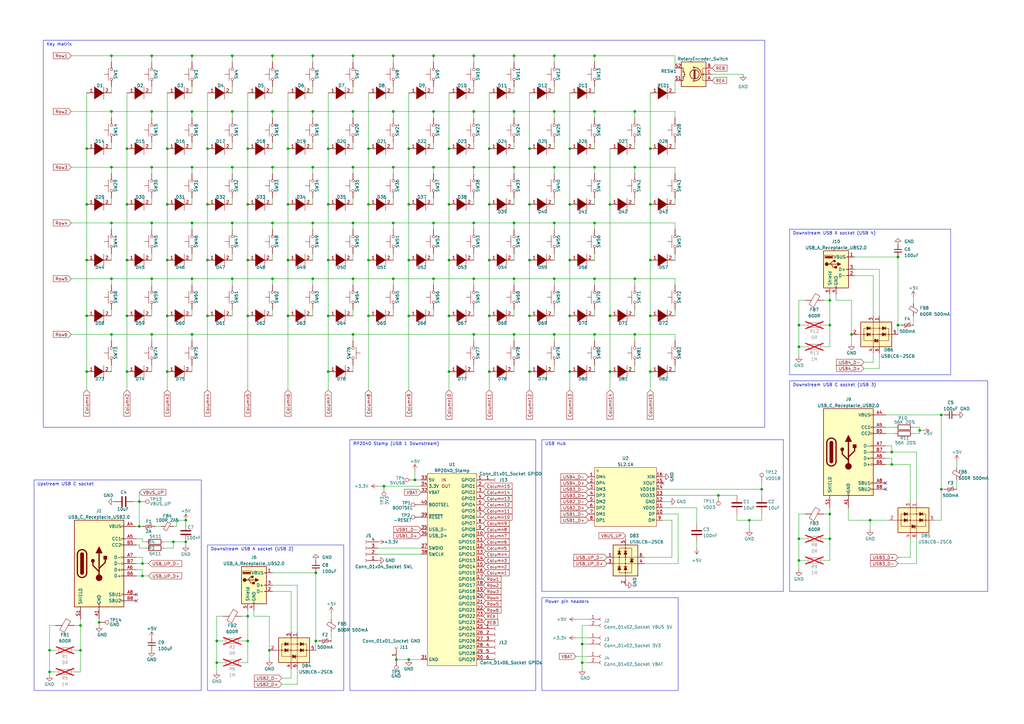
<source format=kicad_sch>
(kicad_sch (version 20230121) (generator eeschema)
  (paper "A3")
  (title_block (title "Quanta Keyboard Schematic (RP2040 Stamp)") (date "2023-06-11") (rev "3.7") (company "0bsilab") (comment 1 "by Lucas Placentino") (comment 2 "Version with RP2040 Stamp microntroller from Solder Party"))
  (junction (at 71.12 222.25))
  (junction (at 95.25 68.58))
  (junction (at 161.29 22.86))
  (junction (at 227.33 137.16))
  (junction (at 78.74 137.16))
  (junction (at 151.13 60.96))
  (junction (at 45.72 114.3))
  (junction (at 266.7 83.82))
  (junction (at 62.23 91.44))
  (junction (at 233.68 152.4))
  (junction (at 62.23 114.3))
  (junction (at 68.58 83.82))
  (junction (at 134.62 83.82))
  (junction (at 45.72 137.16))
  (junction (at 78.74 45.72))
  (junction (at 40.64 255.27))
  (junction (at 62.23 22.86))
  (junction (at 210.82 137.16))
  (junction (at 200.66 83.82))
  (junction (at 161.29 91.44))
  (junction (at 68.58 60.96))
  (junction (at 368.3 133.35))
  (junction (at 210.82 68.58))
  (junction (at 101.6 262.89))
  (junction (at 95.25 114.3))
  (junction (at 184.15 83.82))
  (junction (at 85.09 106.68))
  (junction (at 111.76 91.44))
  (junction (at 217.17 152.4))
  (junction (at 161.29 68.58))
  (junction (at 110.49 266.7))
  (junction (at 144.78 114.3))
  (junction (at 365.76 190.5))
  (junction (at 128.27 91.44))
  (junction (at 111.76 45.72))
  (junction (at 243.84 22.86))
  (junction (at 200.66 60.96))
  (junction (at 194.31 91.44))
  (junction (at 386.08 200.66))
  (junction (at 128.27 68.58))
  (junction (at 95.25 91.44))
  (junction (at 243.84 91.44))
  (junction (at 250.19 129.54))
  (junction (at 177.8 114.3))
  (junction (at 266.7 129.54))
  (junction (at 144.78 45.72))
  (junction (at 161.29 114.3))
  (junction (at 57.15 205.74))
  (junction (at 184.15 129.54))
  (junction (at 194.31 114.3))
  (junction (at 35.56 129.54))
  (junction (at 101.6 83.82))
  (junction (at 118.11 106.68))
  (junction (at 111.76 114.3))
  (junction (at 184.15 60.96))
  (junction (at 68.58 129.54))
  (junction (at 101.6 252.73))
  (junction (at 111.76 68.58))
  (junction (at 217.17 60.96))
  (junction (at 238.76 271.78))
  (junction (at 68.58 106.68))
  (junction (at 45.72 68.58))
  (junction (at 62.23 45.72))
  (junction (at 101.6 129.54))
  (junction (at 194.31 22.86))
  (junction (at 52.07 152.4))
  (junction (at 157.48 199.39))
  (junction (at 134.62 152.4))
  (junction (at 365.76 185.42))
  (junction (at 128.27 22.86))
  (junction (at 250.19 152.4))
  (junction (at 45.72 91.44))
  (junction (at 78.74 114.3))
  (junction (at 233.68 129.54))
  (junction (at 144.78 137.16))
  (junction (at 227.33 114.3))
  (junction (at 184.15 106.68))
  (junction (at 134.62 129.54))
  (junction (at 128.27 114.3))
  (junction (at 144.78 68.58))
  (junction (at 52.07 83.82))
  (junction (at 167.64 83.82))
  (junction (at 58.42 231.14))
  (junction (at 161.29 45.72))
  (junction (at 101.6 106.68))
  (junction (at 177.8 68.58))
  (junction (at 88.9 271.78))
  (junction (at 20.32 266.7))
  (junction (at 260.35 45.72))
  (junction (at 327.66 220.98))
  (junction (at 260.35 68.58))
  (junction (at 243.84 45.72))
  (junction (at 167.64 60.96))
  (junction (at 101.6 60.96))
  (junction (at 233.68 60.96))
  (junction (at 307.34 213.36))
  (junction (at 194.31 68.58))
  (junction (at 266.7 60.96))
  (junction (at 162.56 270.51))
  (junction (at 118.11 60.96))
  (junction (at 128.27 45.72))
  (junction (at 35.56 106.68))
  (junction (at 349.25 137.16))
  (junction (at 210.82 91.44))
  (junction (at 327.66 142.24))
  (junction (at 340.36 220.98))
  (junction (at 238.76 264.16))
  (junction (at 129.54 262.89))
  (junction (at 45.72 45.72))
  (junction (at 177.8 91.44))
  (junction (at 35.56 83.82))
  (junction (at 167.64 106.68))
  (junction (at 243.84 137.16))
  (junction (at 327.66 133.35))
  (junction (at 227.33 68.58))
  (junction (at 52.07 106.68))
  (junction (at 20.32 275.59))
  (junction (at 35.56 60.96))
  (junction (at 243.84 68.58))
  (junction (at 167.64 270.51))
  (junction (at 68.58 152.4))
  (junction (at 33.02 256.54))
  (junction (at 227.33 91.44))
  (junction (at 340.36 123.19))
  (junction (at 200.66 106.68))
  (junction (at 260.35 114.3))
  (junction (at 118.11 83.82))
  (junction (at 340.36 133.35))
  (junction (at 52.07 60.96))
  (junction (at 167.64 129.54))
  (junction (at 177.8 22.86))
  (junction (at 200.66 129.54))
  (junction (at 266.7 106.68))
  (junction (at 250.19 83.82))
  (junction (at 76.2 213.36))
  (junction (at 58.42 236.22))
  (junction (at 233.68 83.82))
  (junction (at 377.19 176.53))
  (junction (at 76.2 222.25))
  (junction (at 194.31 45.72))
  (junction (at 78.74 68.58))
  (junction (at 134.62 106.68))
  (junction (at 210.82 22.86))
  (junction (at 85.09 60.96))
  (junction (at 227.33 45.72))
  (junction (at 62.23 137.16))
  (junction (at 368.3 105.41))
  (junction (at 260.35 137.16))
  (junction (at 217.17 106.68))
  (junction (at 144.78 91.44))
  (junction (at 118.11 129.54))
  (junction (at 151.13 106.68))
  (junction (at 266.7 152.4))
  (junction (at 111.76 22.86))
  (junction (at 217.17 83.82))
  (junction (at 33.02 266.7))
  (junction (at 129.54 234.95))
  (junction (at 78.74 22.86))
  (junction (at 35.56 152.4))
  (junction (at 210.82 114.3))
  (junction (at 194.31 137.16))
  (junction (at 144.78 22.86))
  (junction (at 243.84 114.3))
  (junction (at 62.23 68.58))
  (junction (at 151.13 83.82))
  (junction (at 184.15 152.4))
  (junction (at 340.36 210.82))
  (junction (at 200.66 152.4))
  (junction (at 170.18 196.85))
  (junction (at 210.82 45.72))
  (junction (at 45.72 22.86))
  (junction (at 78.74 91.44))
  (junction (at 227.33 22.86))
  (junction (at 294.64 203.2))
  (junction (at 85.09 129.54))
  (junction (at 233.68 106.68))
  (junction (at 134.62 60.96))
  (junction (at 52.07 129.54))
  (junction (at 57.15 215.9))
  (junction (at 151.13 129.54))
  (junction (at 177.8 45.72))
  (junction (at 327.66 229.87))
  (junction (at 386.08 170.18))
  (junction (at 88.9 262.89))
  (junction (at 95.25 22.86))
  (junction (at 356.87 213.36))
  (junction (at 95.25 45.72))
  (junction (at 312.42 200.66))
  (junction (at 85.09 83.82))
  (junction (at 217.17 129.54))
  (no_connect (at 271.78 198.12))
  (no_connect (at 363.22 200.66))
  (no_connect (at 363.22 198.12))
  (no_connect (at 55.88 243.84))
  (no_connect (at 55.88 246.38))
  (wire (pts (xy 88.9 271.78) (xy 91.44 271.78)))
  (wire (pts (xy 349.25 137.16) (xy 349.25 140.97)))
  (wire (pts (xy 161.29 114.3) (xy 161.29 116.84)))
  (wire (pts (xy 210.82 137.16) (xy 227.33 137.16)))
  (wire (pts (xy 45.72 137.16) (xy 45.72 139.7)))
  (wire (pts (xy 134.62 60.96) (xy 134.62 83.82)))
  (wire (pts (xy 210.82 149.86) (xy 210.82 152.4)))
  (wire (pts (xy 111.76 35.56) (xy 111.76 38.1)))
  (wire (pts (xy 29.21 22.86) (xy 45.72 22.86)))
  (wire (pts (xy 264.16 228.6) (xy 275.59 228.6)))
  (wire (pts (xy 57.15 223.52) (xy 55.88 223.52)))
  (wire (pts (xy 266.7 106.68) (xy 266.7 129.54)))
  (wire (pts (xy 243.84 22.86) (xy 243.84 25.4)))
  (wire (pts (xy 154.94 227.33) (xy 172.72 227.33)))
  (wire (pts (xy 340.36 210.82) (xy 340.36 208.28)))
  (wire (pts (xy 217.17 152.4) (xy 217.17 160.02)))
  (wire (pts (xy 52.07 152.4) (xy 52.07 160.02)))
  (wire (pts (xy 271.78 205.74) (xy 274.32 205.74)))
  (wire (pts (xy 243.84 127) (xy 243.84 129.54)))
  (wire (pts (xy 35.56 83.82) (xy 35.56 106.68)))
  (wire (pts (xy 340.36 220.98) (xy 340.36 210.82)))
  (wire (pts (xy 110.49 252.73) (xy 110.49 266.7)))
  (wire (pts (xy 194.31 22.86) (xy 210.82 22.86)))
  (wire (pts (xy 200.66 129.54) (xy 200.66 152.4)))
  (wire (pts (xy 243.84 81.28) (xy 243.84 83.82)))
  (wire (pts (xy 243.84 91.44) (xy 243.84 93.98)))
  (wire (pts (xy 210.82 68.58) (xy 210.82 71.12)))
  (wire (pts (xy 144.78 22.86) (xy 161.29 22.86)))
  (wire (pts (xy 227.33 114.3) (xy 227.33 116.84)))
  (wire (pts (xy 210.82 114.3) (xy 227.33 114.3)))
  (wire (pts (xy 111.76 68.58) (xy 128.27 68.58)))
  (wire (pts (xy 62.23 137.16) (xy 78.74 137.16)))
  (wire (pts (xy 238.76 256.54) (xy 238.76 264.16)))
  (wire (pts (xy 57.15 201.93) (xy 57.15 205.74)))
  (wire (pts (xy 184.15 38.1) (xy 184.15 60.96)))
  (wire (pts (xy 302.26 203.2) (xy 294.64 203.2)))
  (wire (pts (xy 217.17 60.96) (xy 217.17 83.82)))
  (wire (pts (xy 266.7 129.54) (xy 266.7 152.4)))
  (wire (pts (xy 144.78 58.42) (xy 144.78 60.96)))
  (wire (pts (xy 144.78 91.44) (xy 144.78 93.98)))
  (wire (pts (xy 227.33 81.28) (xy 227.33 83.82)))
  (wire (pts (xy 377.19 176.53) (xy 378.46 176.53)))
  (wire (pts (xy 392.43 189.23) (xy 392.43 191.77)))
  (wire (pts (xy 243.84 137.16) (xy 243.84 139.7)))
  (wire (pts (xy 227.33 137.16) (xy 227.33 139.7)))
  (wire (pts (xy 101.6 252.73) (xy 101.6 250.19)))
  (wire (pts (xy 307.34 213.36) (xy 312.42 213.36)))
  (wire (pts (xy 340.36 123.19) (xy 340.36 120.65)))
  (wire (pts (xy 243.84 137.16) (xy 260.35 137.16)))
  (wire (pts (xy 363.22 170.18) (xy 386.08 170.18)))
  (wire (pts (xy 129.54 262.89) (xy 130.81 262.89)))
  (wire (pts (xy 154.94 199.39) (xy 157.48 199.39)))
  (wire (pts (xy 161.29 114.3) (xy 177.8 114.3)))
  (wire (pts (xy 99.06 252.73) (xy 101.6 252.73)))
  (wire (pts (xy 95.25 114.3) (xy 111.76 114.3)))
  (wire (pts (xy 111.76 91.44) (xy 111.76 93.98)))
  (wire (pts (xy 342.9 123.19) (xy 342.9 120.65)))
  (wire (pts (xy 386.08 213.36) (xy 386.08 200.66)))
  (wire (pts (xy 78.74 22.86) (xy 95.25 22.86)))
  (wire (pts (xy 45.72 149.86) (xy 45.72 152.4)))
  (wire (pts (xy 227.33 68.58) (xy 227.33 71.12)))
  (wire (pts (xy 144.78 91.44) (xy 161.29 91.44)))
  (wire (pts (xy 210.82 58.42) (xy 210.82 60.96)))
  (wire (pts (xy 337.82 210.82) (xy 340.36 210.82)))
  (wire (pts (xy 111.76 114.3) (xy 111.76 116.84)))
  (wire (pts (xy 356.87 213.36) (xy 356.87 217.17)))
  (wire (pts (xy 194.31 45.72) (xy 210.82 45.72)))
  (wire (pts (xy 78.74 127) (xy 78.74 129.54)))
  (wire (pts (xy 151.13 129.54) (xy 151.13 160.02)))
  (wire (pts (xy 40.64 255.27) (xy 40.64 254)))
  (wire (pts (xy 33.02 266.7) (xy 33.02 275.59)))
  (wire (pts (xy 88.9 252.73) (xy 91.44 252.73)))
  (wire (pts (xy 76.2 214.63) (xy 76.2 213.36)))
  (wire (pts (xy 194.31 114.3) (xy 210.82 114.3)))
  (wire (pts (xy 101.6 60.96) (xy 101.6 83.82)))
  (wire (pts (xy 276.86 137.16) (xy 276.86 139.7)))
  (wire (pts (xy 386.08 200.66) (xy 386.08 170.18)))
  (wire (pts (xy 101.6 271.78) (xy 99.06 271.78)))
  (wire (pts (xy 327.66 133.35) (xy 330.2 133.35)))
  (wire (pts (xy 194.31 91.44) (xy 210.82 91.44)))
  (wire (pts (xy 58.42 222.25) (xy 58.42 220.98)))
  (wire (pts (xy 161.29 35.56) (xy 161.29 38.1)))
  (wire (pts (xy 118.11 106.68) (xy 118.11 129.54)))
  (wire (pts (xy 356.87 213.36) (xy 364.49 213.36)))
  (wire (pts (xy 194.31 137.16) (xy 194.31 139.7)))
  (wire (pts (xy 184.15 152.4) (xy 184.15 160.02)))
  (wire (pts (xy 373.38 228.6) (xy 373.38 220.98)))
  (wire (pts (xy 260.35 68.58) (xy 260.35 71.12)))
  (wire (pts (xy 55.88 215.9) (xy 57.15 215.9)))
  (wire (pts (xy 340.36 133.35) (xy 340.36 142.24)))
  (wire (pts (xy 95.25 45.72) (xy 111.76 45.72)))
  (wire (pts (xy 260.35 68.58) (xy 276.86 68.58)))
  (wire (pts (xy 154.94 224.79) (xy 172.72 224.79)))
  (wire (pts (xy 210.82 91.44) (xy 210.82 93.98)))
  (wire (pts (xy 360.68 129.54) (xy 360.68 110.49)))
  (wire (pts (xy 260.35 137.16) (xy 260.35 139.7)))
  (wire (pts (xy 95.25 114.3) (xy 95.25 116.84)))
  (wire (pts (xy 368.3 228.6) (xy 373.38 228.6)))
  (wire (pts (xy 95.25 35.56) (xy 95.25 38.1)))
  (wire (pts (xy 144.78 114.3) (xy 161.29 114.3)))
  (wire (pts (xy 210.82 114.3) (xy 210.82 116.84)))
  (wire (pts (xy 30.48 266.7) (xy 33.02 266.7)))
  (wire (pts (xy 129.54 234.95) (xy 129.54 262.89)))
  (wire (pts (xy 327.66 210.82) (xy 327.66 220.98)))
  (wire (pts (xy 58.42 215.9) (xy 57.15 215.9)))
  (wire (pts (xy 45.72 35.56) (xy 45.72 38.1)))
  (wire (pts (xy 194.31 22.86) (xy 194.31 25.4)))
  (wire (pts (xy 227.33 58.42) (xy 227.33 60.96)))
  (wire (pts (xy 184.15 129.54) (xy 184.15 152.4)))
  (wire (pts (xy 276.86 104.14) (xy 276.86 106.68)))
  (wire (pts (xy 227.33 22.86) (xy 243.84 22.86)))
  (wire (pts (xy 233.68 152.4) (xy 233.68 160.02)))
  (wire (pts (xy 45.72 114.3) (xy 62.23 114.3)))
  (wire (pts (xy 78.74 22.86) (xy 78.74 25.4)))
  (wire (pts (xy 302.26 213.36) (xy 307.34 213.36)))
  (wire (pts (xy 177.8 45.72) (xy 194.31 45.72)))
  (wire (pts (xy 275.59 213.36) (xy 271.78 213.36)))
  (wire (pts (xy 128.27 22.86) (xy 144.78 22.86)))
  (wire (pts (xy 347.98 213.36) (xy 347.98 208.28)))
  (wire (pts (xy 374.65 177.8) (xy 377.19 177.8)))
  (wire (pts (xy 327.66 123.19) (xy 330.2 123.19)))
  (wire (pts (xy 161.29 58.42) (xy 161.29 60.96)))
  (wire (pts (xy 111.76 91.44) (xy 128.27 91.44)))
  (wire (pts (xy 194.31 68.58) (xy 194.31 71.12)))
  (wire (pts (xy 118.11 38.1) (xy 118.11 60.96)))
  (wire (pts (xy 121.92 240.03) (xy 111.76 240.03)))
  (wire (pts (xy 55.88 233.68) (xy 58.42 233.68)))
  (wire (pts (xy 170.18 193.04) (xy 170.18 196.85)))
  (wire (pts (xy 55.88 231.14) (xy 58.42 231.14)))
  (wire (pts (xy 260.35 58.42) (xy 260.35 60.96)))
  (wire (pts (xy 135.89 251.46) (xy 135.89 254)))
  (wire (pts (xy 217.17 129.54) (xy 217.17 152.4)))
  (wire (pts (xy 58.42 222.25) (xy 59.69 222.25)))
  (wire (pts (xy 52.07 83.82) (xy 52.07 106.68)))
  (wire (pts (xy 243.84 104.14) (xy 243.84 106.68)))
  (wire (pts (xy 45.72 58.42) (xy 45.72 60.96)))
  (wire (pts (xy 167.64 60.96) (xy 167.64 83.82)))
  (wire (pts (xy 227.33 22.86) (xy 227.33 25.4)))
  (wire (pts (xy 386.08 213.36) (xy 383.54 213.36)))
  (wire (pts (xy 184.15 83.82) (xy 184.15 106.68)))
  (wire (pts (xy 276.86 91.44) (xy 276.86 93.98)))
  (wire (pts (xy 276.86 58.42) (xy 276.86 60.96)))
  (wire (pts (xy 134.62 152.4) (xy 134.62 160.02)))
  (wire (pts (xy 45.72 45.72) (xy 62.23 45.72)))
  (wire (pts (xy 260.35 127) (xy 260.35 129.54)))
  (wire (pts (xy 62.23 68.58) (xy 62.23 71.12)))
  (wire (pts (xy 210.82 81.28) (xy 210.82 83.82)))
  (wire (pts (xy 119.38 259.08) (xy 119.38 242.57)))
  (wire (pts (xy 233.68 106.68) (xy 233.68 129.54)))
  (wire (pts (xy 200.66 106.68) (xy 200.66 129.54)))
  (wire (pts (xy 161.29 91.44) (xy 177.8 91.44)))
  (wire (pts (xy 363.22 187.96) (xy 365.76 187.96)))
  (wire (pts (xy 52.07 106.68) (xy 52.07 129.54)))
  (wire (pts (xy 78.74 68.58) (xy 95.25 68.58)))
  (wire (pts (xy 134.62 106.68) (xy 134.62 129.54)))
  (wire (pts (xy 377.19 176.53) (xy 377.19 175.26)))
  (wire (pts (xy 101.6 38.1) (xy 101.6 60.96)))
  (wire (pts (xy 177.8 114.3) (xy 177.8 116.84)))
  (wire (pts (xy 95.25 68.58) (xy 111.76 68.58)))
  (wire (pts (xy 194.31 149.86) (xy 194.31 152.4)))
  (wire (pts (xy 62.23 114.3) (xy 62.23 116.84)))
  (wire (pts (xy 58.42 228.6) (xy 58.42 231.14)))
  (wire (pts (xy 243.84 114.3) (xy 243.84 116.84)))
  (wire (pts (xy 144.78 45.72) (xy 144.78 48.26)))
  (wire (pts (xy 78.74 91.44) (xy 78.74 93.98)))
  (wire (pts (xy 129.54 266.7) (xy 129.54 262.89)))
  (wire (pts (xy 151.13 60.96) (xy 151.13 83.82)))
  (wire (pts (xy 227.33 91.44) (xy 227.33 93.98)))
  (wire (pts (xy 52.07 60.96) (xy 52.07 83.82)))
  (wire (pts (xy 40.64 256.54) (xy 40.64 255.27)))
  (wire (pts (xy 85.09 129.54) (xy 85.09 160.02)))
  (wire (pts (xy 368.3 137.16) (xy 368.3 133.35)))
  (wire (pts (xy 57.15 224.79) (xy 59.69 224.79)))
  (wire (pts (xy 177.8 68.58) (xy 177.8 71.12)))
  (wire (pts (xy 227.33 91.44) (xy 243.84 91.44)))
  (wire (pts (xy 95.25 81.28) (xy 95.25 83.82)))
  (wire (pts (xy 227.33 127) (xy 227.33 129.54)))
  (wire (pts (xy 55.88 228.6) (xy 58.42 228.6)))
  (wire (pts (xy 243.84 68.58) (xy 243.84 71.12)))
  (wire (pts (xy 358.14 148.59) (xy 358.14 144.78)))
  (wire (pts (xy 302.26 210.82) (xy 302.26 213.36)))
  (wire (pts (xy 161.29 104.14) (xy 161.29 106.68)))
  (wire (pts (xy 177.8 81.28) (xy 177.8 83.82)))
  (wire (pts (xy 358.14 113.03) (xy 350.52 113.03)))
  (wire (pts (xy 271.78 200.66) (xy 312.42 200.66)))
  (wire (pts (xy 52.07 129.54) (xy 52.07 152.4)))
  (wire (pts (xy 95.25 22.86) (xy 95.25 25.4)))
  (wire (pts (xy 52.07 38.1) (xy 52.07 60.96)))
  (wire (pts (xy 327.66 229.87) (xy 330.2 229.87)))
  (wire (pts (xy 243.84 45.72) (xy 260.35 45.72)))
  (wire (pts (xy 210.82 127) (xy 210.82 129.54)))
  (wire (pts (xy 227.33 45.72) (xy 243.84 45.72)))
  (wire (pts (xy 354.33 151.13) (xy 360.68 151.13)))
  (wire (pts (xy 68.58 60.96) (xy 68.58 83.82)))
  (wire (pts (xy 78.74 149.86) (xy 78.74 152.4)))
  (wire (pts (xy 363.22 177.8) (xy 367.03 177.8)))
  (wire (pts (xy 118.11 129.54) (xy 118.11 160.02)))
  (wire (pts (xy 177.8 104.14) (xy 177.8 106.68)))
  (wire (pts (xy 58.42 231.14) (xy 60.96 231.14)))
  (wire (pts (xy 358.14 129.54) (xy 358.14 113.03)))
  (wire (pts (xy 134.62 83.82) (xy 134.62 106.68)))
  (wire (pts (xy 111.76 45.72) (xy 128.27 45.72)))
  (wire (pts (xy 365.76 185.42) (xy 375.92 185.42)))
  (wire (pts (xy 68.58 129.54) (xy 68.58 152.4)))
  (wire (pts (xy 363.22 185.42) (xy 365.76 185.42)))
  (wire (pts (xy 236.22 269.24) (xy 241.3 269.24)))
  (wire (pts (xy 68.58 152.4) (xy 68.58 160.02)))
  (wire (pts (xy 177.8 68.58) (xy 194.31 68.58)))
  (wire (pts (xy 161.29 91.44) (xy 161.29 93.98)))
  (wire (pts (xy 327.66 142.24) (xy 327.66 133.35)))
  (wire (pts (xy 238.76 264.16) (xy 241.3 264.16)))
  (wire (pts (xy 151.13 106.68) (xy 151.13 129.54)))
  (wire (pts (xy 29.21 45.72) (xy 45.72 45.72)))
  (wire (pts (xy 118.11 83.82) (xy 118.11 106.68)))
  (wire (pts (xy 236.22 254) (xy 241.3 254)))
  (wire (pts (xy 161.29 22.86) (xy 177.8 22.86)))
  (wire (pts (xy 327.66 142.24) (xy 330.2 142.24)))
  (wire (pts (xy 33.02 275.59) (xy 30.48 275.59)))
  (wire (pts (xy 45.72 45.72) (xy 45.72 48.26)))
  (wire (pts (xy 144.78 68.58) (xy 144.78 71.12)))
  (wire (pts (xy 327.66 146.05) (xy 327.66 142.24)))
  (wire (pts (xy 161.29 127) (xy 161.29 129.54)))
  (wire (pts (xy 144.78 68.58) (xy 161.29 68.58)))
  (wire (pts (xy 76.2 213.36) (xy 72.39 213.36)))
  (wire (pts (xy 347.98 213.36) (xy 356.87 213.36)))
  (wire (pts (xy 128.27 91.44) (xy 128.27 93.98)))
  (wire (pts (xy 337.82 220.98) (xy 340.36 220.98)))
  (wire (pts (xy 101.6 262.89) (xy 101.6 252.73)))
  (wire (pts (xy 340.36 142.24) (xy 337.82 142.24)))
  (wire (pts (xy 354.33 148.59) (xy 358.14 148.59)))
  (wire (pts (xy 266.7 60.96) (xy 266.7 83.82)))
  (wire (pts (xy 57.15 224.79) (xy 57.15 223.52)))
  (wire (pts (xy 144.78 149.86) (xy 144.78 152.4)))
  (wire (pts (xy 210.82 137.16) (xy 210.82 139.7)))
  (wire (pts (xy 210.82 45.72) (xy 210.82 48.26)))
  (wire (pts (xy 276.86 22.86) (xy 276.86 27.94)))
  (wire (pts (xy 276.86 127) (xy 276.86 129.54)))
  (wire (pts (xy 177.8 35.56) (xy 177.8 38.1)))
  (wire (pts (xy 45.72 68.58) (xy 45.72 71.12)))
  (wire (pts (xy 167.64 106.68) (xy 167.64 129.54)))
  (wire (pts (xy 292.1 30.48) (xy 304.8 30.48)))
  (wire (pts (xy 227.33 104.14) (xy 227.33 106.68)))
  (wire (pts (xy 285.75 214.63) (xy 285.75 208.28)))
  (wire (pts (xy 387.35 170.18) (xy 386.08 170.18)))
  (wire (pts (xy 62.23 58.42) (xy 62.23 60.96)))
  (wire (pts (xy 135.89 259.08) (xy 135.89 262.89)))
  (wire (pts (xy 62.23 91.44) (xy 62.23 93.98)))
  (wire (pts (xy 161.29 68.58) (xy 161.29 71.12)))
  (wire (pts (xy 111.76 58.42) (xy 111.76 60.96)))
  (wire (pts (xy 374.65 175.26) (xy 377.19 175.26)))
  (wire (pts (xy 227.33 137.16) (xy 243.84 137.16)))
  (wire (pts (xy 62.23 45.72) (xy 78.74 45.72)))
  (wire (pts (xy 177.8 91.44) (xy 194.31 91.44)))
  (wire (pts (xy 104.14 252.73) (xy 104.14 250.19)))
  (wire (pts (xy 95.25 91.44) (xy 95.25 93.98)))
  (wire (pts (xy 20.32 256.54) (xy 20.32 266.7)))
  (wire (pts (xy 128.27 58.42) (xy 128.27 60.96)))
  (wire (pts (xy 62.23 91.44) (xy 78.74 91.44)))
  (wire (pts (xy 20.32 275.59) (xy 22.86 275.59)))
  (wire (pts (xy 115.57 280.67) (xy 121.92 280.67)))
  (wire (pts (xy 210.82 68.58) (xy 227.33 68.58)))
  (wire (pts (xy 78.74 114.3) (xy 95.25 114.3)))
  (wire (pts (xy 20.32 266.7) (xy 22.86 266.7)))
  (wire (pts (xy 101.6 83.82) (xy 101.6 106.68)))
  (wire (pts (xy 119.38 242.57) (xy 111.76 242.57)))
  (wire (pts (xy 260.35 137.16) (xy 276.86 137.16)))
  (wire (pts (xy 375.92 231.14) (xy 375.92 220.98)))
  (wire (pts (xy 200.66 60.96) (xy 200.66 83.82)))
  (wire (pts (xy 266.7 152.4) (xy 266.7 160.02)))
  (wire (pts (xy 110.49 266.7) (xy 110.49 270.51)))
  (wire (pts (xy 78.74 35.56) (xy 78.74 38.1)))
  (wire (pts (xy 78.74 114.3) (xy 78.74 116.84)))
  (wire (pts (xy 337.82 123.19) (xy 340.36 123.19)))
  (wire (pts (xy 241.3 256.54) (xy 238.76 256.54)))
  (wire (pts (xy 374.65 129.54) (xy 374.65 133.35)))
  (wire (pts (xy 95.25 91.44) (xy 111.76 91.44)))
  (wire (pts (xy 177.8 91.44) (xy 177.8 93.98)))
  (wire (pts (xy 210.82 35.56) (xy 210.82 38.1)))
  (wire (pts (xy 363.22 182.88) (xy 365.76 182.88)))
  (wire (pts (xy 276.86 45.72) (xy 276.86 48.26)))
  (wire (pts (xy 377.19 177.8) (xy 377.19 176.53)))
  (wire (pts (xy 45.72 68.58) (xy 62.23 68.58)))
  (wire (pts (xy 167.64 38.1) (xy 167.64 60.96)))
  (wire (pts (xy 264.16 231.14) (xy 278.13 231.14)))
  (wire (pts (xy 368.3 133.35) (xy 369.57 133.35)))
  (wire (pts (xy 128.27 91.44) (xy 144.78 91.44)))
  (wire (pts (xy 386.08 200.66) (xy 387.35 200.66)))
  (wire (pts (xy 85.09 60.96) (xy 85.09 83.82)))
  (wire (pts (xy 243.84 45.72) (xy 243.84 48.26)))
  (wire (pts (xy 327.66 233.68) (xy 327.66 229.87)))
  (wire (pts (xy 243.84 149.86) (xy 243.84 152.4)))
  (wire (pts (xy 78.74 137.16) (xy 144.78 137.16)))
  (wire (pts (xy 128.27 104.14) (xy 128.27 106.68)))
  (wire (pts (xy 250.19 129.54) (xy 250.19 152.4)))
  (wire (pts (xy 58.42 233.68) (xy 58.42 236.22)))
  (wire (pts (xy 233.68 83.82) (xy 233.68 106.68)))
  (wire (pts (xy 271.78 203.2) (xy 294.64 203.2)))
  (wire (pts (xy 78.74 45.72) (xy 78.74 48.26)))
  (wire (pts (xy 151.13 83.82) (xy 151.13 106.68)))
  (wire (pts (xy 170.18 196.85) (xy 172.72 196.85)))
  (wire (pts (xy 128.27 127) (xy 128.27 129.54)))
  (wire (pts (xy 363.22 190.5) (xy 365.76 190.5)))
  (wire (pts (xy 45.72 91.44) (xy 45.72 93.98)))
  (wire (pts (xy 57.15 205.74) (xy 57.15 215.9)))
  (wire (pts (xy 243.84 35.56) (xy 243.84 38.1)))
  (wire (pts (xy 111.76 22.86) (xy 128.27 22.86)))
  (wire (pts (xy 210.82 91.44) (xy 227.33 91.44)))
  (wire (pts (xy 157.48 199.39) (xy 172.72 199.39)))
  (wire (pts (xy 210.82 45.72) (xy 227.33 45.72)))
  (wire (pts (xy 111.76 68.58) (xy 111.76 71.12)))
  (wire (pts (xy 144.78 137.16) (xy 194.31 137.16)))
  (wire (pts (xy 312.42 210.82) (xy 312.42 213.36)))
  (wire (pts (xy 66.04 215.9) (xy 63.5 215.9)))
  (wire (pts (xy 111.76 114.3) (xy 128.27 114.3)))
  (wire (pts (xy 78.74 58.42) (xy 78.74 60.96)))
  (wire (pts (xy 337.82 133.35) (xy 340.36 133.35)))
  (wire (pts (xy 58.42 236.22) (xy 60.96 236.22)))
  (wire (pts (xy 151.13 38.1) (xy 151.13 60.96)))
  (wire (pts (xy 210.82 22.86) (xy 210.82 25.4)))
  (wire (pts (xy 194.31 58.42) (xy 194.31 60.96)))
  (wire (pts (xy 78.74 104.14) (xy 78.74 106.68)))
  (wire (pts (xy 144.78 114.3) (xy 144.78 116.84)))
  (wire (pts (xy 128.27 68.58) (xy 128.27 71.12)))
  (wire (pts (xy 233.68 60.96) (xy 233.68 83.82)))
  (wire (pts (xy 350.52 105.41) (xy 368.3 105.41)))
  (wire (pts (xy 128.27 114.3) (xy 144.78 114.3)))
  (wire (pts (xy 144.78 81.28) (xy 144.78 83.82)))
  (wire (pts (xy 95.25 104.14) (xy 95.25 106.68)))
  (wire (pts (xy 55.88 236.22) (xy 58.42 236.22)))
  (wire (pts (xy 111.76 45.72) (xy 111.76 48.26)))
  (wire (pts (xy 340.36 229.87) (xy 337.82 229.87)))
  (wire (pts (xy 45.72 137.16) (xy 62.23 137.16)))
  (wire (pts (xy 78.74 68.58) (xy 78.74 71.12)))
  (wire (pts (xy 85.09 38.1) (xy 85.09 60.96)))
  (wire (pts (xy 20.32 256.54) (xy 22.86 256.54)))
  (wire (pts (xy 95.25 22.86) (xy 111.76 22.86)))
  (wire (pts (xy 29.21 137.16) (xy 45.72 137.16)))
  (wire (pts (xy 88.9 262.89) (xy 91.44 262.89)))
  (wire (pts (xy 217.17 83.82) (xy 217.17 106.68)))
  (wire (pts (xy 35.56 60.96) (xy 35.56 83.82)))
  (wire (pts (xy 95.25 68.58) (xy 95.25 71.12)))
  (wire (pts (xy 243.84 68.58) (xy 260.35 68.58)))
  (wire (pts (xy 340.36 220.98) (xy 340.36 229.87)))
  (wire (pts (xy 227.33 35.56) (xy 227.33 38.1)))
  (wire (pts (xy 45.72 91.44) (xy 62.23 91.44)))
  (wire (pts (xy 194.31 104.14) (xy 194.31 106.68)))
  (wire (pts (xy 20.32 266.7) (xy 20.32 275.59)))
  (wire (pts (xy 373.38 205.74) (xy 373.38 190.5)))
  (wire (pts (xy 128.27 114.3) (xy 128.27 116.84)))
  (wire (pts (xy 71.12 222.25) (xy 67.31 222.25)))
  (wire (pts (xy 278.13 231.14) (xy 278.13 210.82)))
  (wire (pts (xy 276.86 81.28) (xy 276.86 83.82)))
  (wire (pts (xy 35.56 152.4) (xy 35.56 160.02)))
  (wire (pts (xy 128.27 45.72) (xy 128.27 48.26)))
  (wire (pts (xy 95.25 45.72) (xy 95.25 48.26)))
  (wire (pts (xy 276.86 33.02) (xy 276.86 38.1)))
  (wire (pts (xy 327.66 220.98) (xy 327.66 229.87)))
  (wire (pts (xy 121.92 259.08) (xy 121.92 240.03)))
  (wire (pts (xy 194.31 127) (xy 194.31 129.54)))
  (wire (pts (xy 184.15 106.68) (xy 184.15 129.54)))
  (wire (pts (xy 68.58 106.68) (xy 68.58 129.54)))
  (wire (pts (xy 99.06 262.89) (xy 101.6 262.89)))
  (wire (pts (xy 256.54 219.71) (xy 256.54 220.98)))
  (wire (pts (xy 210.82 104.14) (xy 210.82 106.68)))
  (wire (pts (xy 161.29 68.58) (xy 177.8 68.58)))
  (wire (pts (xy 177.8 114.3) (xy 194.31 114.3)))
  (wire (pts (xy 238.76 271.78) (xy 238.76 274.32)))
  (wire (pts (xy 78.74 81.28) (xy 78.74 83.82)))
  (wire (pts (xy 144.78 22.86) (xy 144.78 25.4)))
  (wire (pts (xy 365.76 187.96) (xy 365.76 190.5)))
  (wire (pts (xy 200.66 38.1) (xy 200.66 60.96)))
  (wire (pts (xy 285.75 222.25) (xy 285.75 224.79)))
  (wire (pts (xy 20.32 276.86) (xy 20.32 275.59)))
  (wire (pts (xy 128.27 35.56) (xy 128.27 38.1)))
  (wire (pts (xy 236.22 261.62) (xy 241.3 261.62)))
  (wire (pts (xy 312.42 203.2) (xy 312.42 200.66)))
  (wire (pts (xy 368.3 231.14) (xy 375.92 231.14)))
  (wire (pts (xy 45.72 114.3) (xy 45.72 116.84)))
  (wire (pts (xy 227.33 114.3) (xy 243.84 114.3)))
  (wire (pts (xy 194.31 45.72) (xy 194.31 48.26)))
  (wire (pts (xy 161.29 45.72) (xy 177.8 45.72)))
  (wire (pts (xy 72.39 213.36) (xy 72.39 215.9)))
  (wire (pts (xy 111.76 127) (xy 111.76 129.54)))
  (wire (pts (xy 243.84 58.42) (xy 243.84 60.96)))
  (wire (pts (xy 29.21 114.3) (xy 45.72 114.3)))
  (wire (pts (xy 243.84 22.86) (xy 276.86 22.86)))
  (wire (pts (xy 200.66 83.82) (xy 200.66 106.68)))
  (wire (pts (xy 184.15 60.96) (xy 184.15 83.82)))
  (wire (pts (xy 101.6 262.89) (xy 101.6 271.78)))
  (wire (pts (xy 58.42 220.98) (xy 55.88 220.98)))
  (wire (pts (xy 275.59 228.6) (xy 275.59 213.36)))
  (wire (pts (xy 365.76 190.5) (xy 373.38 190.5)))
  (wire (pts (xy 62.23 22.86) (xy 62.23 25.4)))
  (wire (pts (xy 128.27 45.72) (xy 144.78 45.72)))
  (wire (pts (xy 134.62 129.54) (xy 134.62 152.4)))
  (wire (pts (xy 260.35 114.3) (xy 260.35 116.84)))
  (wire (pts (xy 217.17 38.1) (xy 217.17 60.96)))
  (wire (pts (xy 360.68 110.49) (xy 350.52 110.49)))
  (wire (pts (xy 375.92 205.74) (xy 375.92 185.42)))
  (wire (pts (xy 217.17 106.68) (xy 217.17 129.54)))
  (wire (pts (xy 368.3 105.41) (xy 368.3 133.35)))
  (wire (pts (xy 45.72 22.86) (xy 62.23 22.86)))
  (wire (pts (xy 194.31 35.56) (xy 194.31 38.1)))
  (wire (pts (xy 111.76 81.28) (xy 111.76 83.82)))
  (wire (pts (xy 134.62 38.1) (xy 134.62 60.96)))
  (wire (pts (xy 194.31 81.28) (xy 194.31 83.82)))
  (wire (pts (xy 194.31 91.44) (xy 194.31 93.98)))
  (wire (pts (xy 45.72 22.86) (xy 45.72 25.4)))
  (wire (pts (xy 35.56 38.1) (xy 35.56 60.96)))
  (wire (pts (xy 62.23 68.58) (xy 78.74 68.58)))
  (wire (pts (xy 45.72 127) (xy 45.72 129.54)))
  (wire (pts (xy 177.8 22.86) (xy 177.8 25.4)))
  (wire (pts (xy 238.76 264.16) (xy 238.76 271.78)))
  (wire (pts (xy 68.58 83.82) (xy 68.58 106.68)))
  (wire (pts (xy 144.78 137.16) (xy 144.78 139.7)))
  (wire (pts (xy 177.8 22.86) (xy 194.31 22.86)))
  (wire (pts (xy 29.21 91.44) (xy 45.72 91.44)))
  (wire (pts (xy 260.35 114.3) (xy 276.86 114.3)))
  (wire (pts (xy 30.48 256.54) (xy 33.02 256.54)))
  (wire (pts (xy 101.6 129.54) (xy 101.6 160.02)))
  (wire (pts (xy 88.9 275.59) (xy 88.9 271.78)))
  (wire (pts (xy 62.23 45.72) (xy 62.23 48.26)))
  (wire (pts (xy 62.23 22.86) (xy 78.74 22.86)))
  (wire (pts (xy 210.82 22.86) (xy 227.33 22.86)))
  (wire (pts (xy 233.68 38.1) (xy 233.68 60.96)))
  (wire (pts (xy 260.35 45.72) (xy 260.35 48.26)))
  (wire (pts (xy 278.13 210.82) (xy 271.78 210.82)))
  (wire (pts (xy 78.74 91.44) (xy 95.25 91.44)))
  (wire (pts (xy 101.6 106.68) (xy 101.6 129.54)))
  (wire (pts (xy 62.23 114.3) (xy 78.74 114.3)))
  (wire (pts (xy 200.66 152.4) (xy 200.66 160.02)))
  (wire (pts (xy 194.31 114.3) (xy 194.31 116.84)))
  (wire (pts (xy 57.15 205.74) (xy 54.61 205.74)))
  (wire (pts (xy 327.66 210.82) (xy 330.2 210.82)))
  (wire (pts (xy 62.23 149.86) (xy 62.23 152.4)))
  (wire (pts (xy 62.23 104.14) (xy 62.23 106.68)))
  (wire (pts (xy 276.86 68.58) (xy 276.86 71.12)))
  (wire (pts (xy 119.38 278.13) (xy 119.38 274.32)))
  (wire (pts (xy 76.2 222.25) (xy 76.2 223.52)))
  (wire (pts (xy 115.57 278.13) (xy 119.38 278.13)))
  (wire (pts (xy 327.66 220.98) (xy 330.2 220.98)))
  (wire (pts (xy 260.35 81.28) (xy 260.35 83.82)))
  (wire (pts (xy 266.7 83.82) (xy 266.7 106.68)))
  (wire (pts (xy 68.58 38.1) (xy 68.58 60.96)))
  (wire (pts (xy 67.31 224.79) (xy 71.12 224.79)))
  (wire (pts (xy 349.25 123.19) (xy 342.9 123.19)))
  (wire (pts (xy 271.78 208.28) (xy 285.75 208.28)))
  (wire (pts (xy 349.25 123.19) (xy 349.25 137.16)))
  (wire (pts (xy 227.33 149.86) (xy 227.33 152.4)))
  (wire (pts (xy 45.72 104.14) (xy 45.72 106.68)))
  (wire (pts (xy 260.35 149.86) (xy 260.35 152.4)))
  (wire (pts (xy 260.35 45.72) (xy 276.86 45.72)))
  (wire (pts (xy 161.29 45.72) (xy 161.29 48.26)))
  (wire (pts (xy 162.56 270.51) (xy 167.64 270.51)))
  (wire (pts (xy 62.23 137.16) (xy 62.23 139.7)))
  (wire (pts (xy 62.23 127) (xy 62.23 129.54)))
  (wire (pts (xy 78.74 45.72) (xy 95.25 45.72)))
  (wire (pts (xy 374.65 121.92) (xy 374.65 124.46)))
  (wire (pts (xy 250.19 152.4) (xy 250.19 160.02)))
  (wire (pts (xy 227.33 68.58) (xy 243.84 68.58)))
  (wire (pts (xy 233.68 129.54) (xy 233.68 152.4)))
  (wire (pts (xy 33.02 266.7) (xy 33.02 256.54)))
  (wire (pts (xy 144.78 35.56) (xy 144.78 38.1)))
  (wire (pts (xy 110.49 252.73) (xy 104.14 252.73)))
  (wire (pts (xy 144.78 45.72) (xy 161.29 45.72)))
  (wire (pts (xy 194.31 68.58) (xy 210.82 68.58)))
  (wire (pts (xy 250.19 83.82) (xy 250.19 129.54)))
  (wire (pts (xy 327.66 133.35) (xy 327.66 123.19)))
  (wire (pts (xy 177.8 45.72) (xy 177.8 48.26)))
  (wire (pts (xy 276.86 114.3) (xy 276.86 116.84)))
  (wire (pts (xy 367.03 175.26) (xy 363.22 175.26)))
  (wire (pts (xy 29.21 68.58) (xy 45.72 68.58)))
  (wire (pts (xy 88.9 271.78) (xy 88.9 262.89)))
  (wire (pts (xy 227.33 45.72) (xy 227.33 48.26)))
  (wire (pts (xy 85.09 106.68) (xy 85.09 129.54)))
  (wire (pts (xy 71.12 222.25) (xy 76.2 222.25)))
  (wire (pts (xy 72.39 215.9) (xy 71.12 215.9)))
  (wire (pts (xy 95.25 58.42) (xy 95.25 60.96)))
  (wire (pts (xy 312.42 198.12) (xy 312.42 200.66)))
  (wire (pts (xy 71.12 222.25) (xy 71.12 224.79)))
  (wire (pts (xy 111.76 234.95) (xy 129.54 234.95)))
  (wire (pts (xy 266.7 38.1) (xy 266.7 60.96)))
  (wire (pts (xy 307.34 217.17) (xy 307.34 213.36)))
  (wire (pts (xy 340.36 133.35) (xy 340.36 123.19)))
  (wire (pts (xy 360.68 151.13) (xy 360.68 144.78)))
  (wire (pts (xy 167.64 83.82) (xy 167.64 106.68)))
  (wire (pts (xy 161.29 81.28) (xy 161.29 83.82)))
  (wire (pts (xy 194.31 137.16) (xy 210.82 137.16)))
  (wire (pts (xy 144.78 104.14) (xy 144.78 106.68)))
  (wire (pts (xy 243.84 114.3) (xy 260.35 114.3)))
  (wire (pts (xy 111.76 22.86) (xy 111.76 25.4)))
  (wire (pts (xy 177.8 58.42) (xy 177.8 60.96)))
  (wire (pts (xy 243.84 91.44) (xy 276.86 91.44)))
  (wire (pts (xy 62.23 35.56) (xy 62.23 38.1)))
  (wire (pts (xy 33.02 256.54) (xy 33.02 254)))
  (wire (pts (xy 111.76 104.14) (xy 111.76 106.68)))
  (wire (pts (xy 177.8 127) (xy 177.8 129.54)))
  (wire (pts (xy 128.27 68.58) (xy 144.78 68.58)))
  (wire (pts (xy 118.11 60.96) (xy 118.11 83.82)))
  (wire (pts (xy 128.27 22.86) (xy 128.27 25.4)))
  (wire (pts (xy 85.09 83.82) (xy 85.09 106.68)))
  (wire (pts (xy 35.56 106.68) (xy 35.56 129.54)))
  (wire (pts (xy 62.23 81.28) (xy 62.23 83.82)))
  (wire (pts (xy 365.76 182.88) (xy 365.76 185.42)))
  (wire (pts (xy 121.92 280.67) (xy 121.92 274.32)))
  (wire (pts (xy 276.86 149.86) (xy 276.86 152.4)))
  (wire (pts (xy 35.56 129.54) (xy 35.56 152.4)))
  (wire (pts (xy 167.64 129.54) (xy 167.64 160.02)))
  (wire (pts (xy 78.74 137.16) (xy 78.74 139.7)))
  (wire (pts (xy 392.43 196.85) (xy 392.43 200.66)))
  (wire (pts (xy 45.72 81.28) (xy 45.72 83.82)))
  (wire (pts (xy 250.19 60.96) (xy 250.19 83.82)))
  (wire (pts (xy 161.29 22.86) (xy 161.29 25.4)))
  (wire (pts (xy 144.78 127) (xy 144.78 129.54)))
  (wire (pts (xy 88.9 262.89) (xy 88.9 252.73)))
  (wire (pts (xy 167.64 270.51) (xy 172.72 270.51)))
  (wire (pts (xy 238.76 271.78) (xy 241.3 271.78)))
  (wire (pts (xy 128.27 81.28) (xy 128.27 83.82)))
  (wire (pts (xy 95.25 127) (xy 95.25 129.54)))
  (rectangle (start 222.25 180.34) (end 321.31 242.57))
  (rectangle (start 17.78 16.51) (end 313.69 175.26))
  (rectangle (start 13.97 196.85) (end 82.55 283.21))
  (rectangle (start 323.85 156.21) (end 405.13 242.57))
  (rectangle (start 323.85 93.98) (end 389.89 153.67))
  (rectangle (start 85.09 223.52) (end 140.97 283.21))
  (rectangle (start 222.25 245.11) (end 278.13 283.21))
  (rectangle (start 143.51 180.34) (end 219.71 283.21))
  (text "Downstream USB A socket (USB 4)" (at 325.12 96.52 0) (effects (font (size 1.27 1.27)) (justify left bottom)))
  (text "Downstream USB C socket (USB 3)" (at 325.12 158.75 0) (effects (font (size 1.27 1.27)) (justify left bottom)))
  (text "Key matrix\n" (at 19.05 19.05 0) (effects (font (size 1.27 1.27)) (justify left bottom)))
  (text "Upstream USB C socket\n" (at 15.24 199.39 0) (effects (font (size 1.27 1.27)) (justify left bottom)))
  (text "Downstream USB A socket (USB 2)" (at 86.36 226.06 0) (effects (font (size 1.27 1.27)) (justify left bottom)))
  (text "RP2040 Stamp (USB 1 Downstream)" (at 144.78 182.88 0) (effects (font (size 1.27 1.27)) (justify left bottom)))
  (text "USB Hub" (at 223.52 182.88 0) (effects (font (size 1.27 1.27)) (justify left bottom)))
  (text "Power pin headers\n" (at 223.52 247.65 0) (effects (font (size 1.27 1.27)) (justify left bottom)))
  (global_label "USB4_D+" (shape input) (at 354.33 151.13 180) (property "Intersheetrefs" "${INTERSHEET_REFS}" (effects hide)))
  (global_label "Row2" (shape input) (at 29.21 45.72 180) (property "Intersheetrefs" "${INTERSHEET_REFS}" (effects hide)))
  (global_label "Row2" (shape input) (at 198.12 240.03 0) (property "Intersheetrefs" "${INTERSHEET_REFS}" (effects hide)))
  (global_label "USB3_D+" (shape input) (at 368.3 228.6 180) (property "Intersheetrefs" "${INTERSHEET_REFS}" (effects hide)))
  (global_label "USB1_D-" (shape input) (at 241.3 210.82 180) (property "Intersheetrefs" "${INTERSHEET_REFS}" (effects hide)))
  (global_label "USB4_D-" (shape input) (at 241.3 195.58 180) (property "Intersheetrefs" "${INTERSHEET_REFS}" (effects hide)))
  (global_label "USB3_D-" (shape input) (at 241.3 200.66 180) (property "Intersheetrefs" "${INTERSHEET_REFS}" (effects hide)))
  (global_label "Column5" (shape input) (at 101.6 160.02 270) (property "Intersheetrefs" "${INTERSHEET_REFS}" (effects hide)))
  (global_label "REA" (shape input) (at 292.1 33.02 0) (property "Intersheetrefs" "${INTERSHEET_REFS}" (effects hide)))
  (global_label "Row1" (shape input) (at 29.21 22.86 180) (property "Intersheetrefs" "${INTERSHEET_REFS}" (effects hide)))
  (global_label "Column6" (shape input) (at 118.11 160.02 270) (property "Intersheetrefs" "${INTERSHEET_REFS}" (effects hide)))
  (global_label "Column14" (shape input) (at 250.19 160.02 270) (property "Intersheetrefs" "${INTERSHEET_REFS}" (effects hide)))
  (global_label "USB4_D+" (shape input) (at 241.3 198.12 180) (property "Intersheetrefs" "${INTERSHEET_REFS}" (effects hide)))
  (global_label "Column13" (shape input) (at 233.68 160.02 270) (property "Intersheetrefs" "${INTERSHEET_REFS}" (effects hide)))
  (global_label "Column11" (shape input) (at 198.12 209.55 0) (property "Intersheetrefs" "${INTERSHEET_REFS}" (effects hide)))
  (global_label "Column1" (shape input) (at 35.56 160.02 270) (property "Intersheetrefs" "${INTERSHEET_REFS}" (effects hide)))
  (global_label "Column15" (shape input) (at 198.12 199.39 0) (property "Intersheetrefs" "${INTERSHEET_REFS}" (effects hide)))
  (global_label "Column8" (shape input) (at 151.13 160.02 270) (property "Intersheetrefs" "${INTERSHEET_REFS}" (effects hide)))
  (global_label "Row4" (shape input) (at 198.12 245.11 0) (property "Intersheetrefs" "${INTERSHEET_REFS}" (effects hide)))
  (global_label "Row5" (shape input) (at 29.21 114.3 180) (property "Intersheetrefs" "${INTERSHEET_REFS}" (effects hide)))
  (global_label "Column10" (shape input) (at 198.12 212.09 0) (property "Intersheetrefs" "${INTERSHEET_REFS}" (effects hide)))
  (global_label "USB2_D+" (shape input) (at 115.57 280.67 180) (property "Intersheetrefs" "${INTERSHEET_REFS}" (effects hide)))
  (global_label "Column13" (shape input) (at 198.12 204.47 0) (property "Intersheetrefs" "${INTERSHEET_REFS}" (effects hide)))
  (global_label "Column12" (shape input) (at 198.12 207.01 0) (property "Intersheetrefs" "${INTERSHEET_REFS}" (effects hide)))
  (global_label "USB2_D+" (shape input) (at 241.3 208.28 180) (property "Intersheetrefs" "${INTERSHEET_REFS}" (effects hide)))
  (global_label "USB_UP_D-" (shape input) (at 60.96 231.14 0) (property "Intersheetrefs" "${INTERSHEET_REFS}" (effects hide)))
  (global_label "Column3" (shape input) (at 198.12 229.87 0) (property "Intersheetrefs" "${INTERSHEET_REFS}" (effects hide)))
  (global_label "Row4" (shape input) (at 29.21 91.44 180) (property "Intersheetrefs" "${INTERSHEET_REFS}" (effects hide)))
  (global_label "USB_UP_D+" (shape input) (at 60.96 236.22 0) (property "Intersheetrefs" "${INTERSHEET_REFS}" (effects hide)))
  (global_label "USB3_D-" (shape input) (at 368.3 231.14 180) (property "Intersheetrefs" "${INTERSHEET_REFS}" (effects hide)))
  (global_label "VBUS_UP" (shape input) (at 57.15 201.93 0) (property "Intersheetrefs" "${INTERSHEET_REFS}" (effects hide)))
  (global_label "USB1_D+" (shape input) (at 241.3 213.36 180) (property "Intersheetrefs" "${INTERSHEET_REFS}" (effects hide)))
  (global_label "Column6" (shape input) (at 198.12 222.25 0) (property "Intersheetrefs" "${INTERSHEET_REFS}" (effects hide)))
  (global_label "Column2" (shape input) (at 198.12 232.41 0) (property "Intersheetrefs" "${INTERSHEET_REFS}" (effects hide)))
  (global_label "VBAT" (shape input) (at 236.22 269.24 180) (property "Intersheetrefs" "${INTERSHEET_REFS}" (effects hide)))
  (global_label "Column1" (shape input) (at 198.12 234.95 0) (property "Intersheetrefs" "${INTERSHEET_REFS}" (effects hide)))
  (global_label "Row3" (shape input) (at 29.21 68.58 180) (property "Intersheetrefs" "${INTERSHEET_REFS}" (effects hide)))
  (global_label "Row1" (shape input) (at 198.12 237.49 0) (property "Intersheetrefs" "${INTERSHEET_REFS}" (effects hide)))
  (global_label "USB2_D-" (shape input) (at 241.3 205.74 180) (property "Intersheetrefs" "${INTERSHEET_REFS}" (effects hide)))
  (global_label "REA" (shape input) (at 198.12 252.73 0) (property "Intersheetrefs" "${INTERSHEET_REFS}" (effects hide)))
  (global_label "Row6" (shape input) (at 198.12 250.19 0) (property "Intersheetrefs" "${INTERSHEET_REFS}" (effects hide)))
  (global_label "Column7" (shape input) (at 198.12 219.71 0) (property "Intersheetrefs" "${INTERSHEET_REFS}" (effects hide)))
  (global_label "VBUS_UP" (shape input) (at 256.54 219.71 180) (property "Intersheetrefs" "${INTERSHEET_REFS}" (effects hide)))
  (global_label "USB_UP_D-" (shape input) (at 248.92 228.6 180) (property "Intersheetrefs" "${INTERSHEET_REFS}" (effects hide)))
  (global_label "USB4_D-" (shape input) (at 354.33 148.59 180) (property "Intersheetrefs" "${INTERSHEET_REFS}" (effects hide)))
  (global_label "Column10" (shape input) (at 184.15 160.02 270) (property "Intersheetrefs" "${INTERSHEET_REFS}" (effects hide)))
  (global_label "Column7" (shape input) (at 134.62 160.02 270) (property "Intersheetrefs" "${INTERSHEET_REFS}" (effects hide)))
  (global_label "USB1_D+" (shape input) (at 172.72 219.71 180) (property "Intersheetrefs" "${INTERSHEET_REFS}" (effects hide)))
  (global_label "Column8" (shape input) (at 198.12 217.17 0) (property "Intersheetrefs" "${INTERSHEET_REFS}" (effects hide)))
  (global_label "Column9" (shape input) (at 167.64 160.02 270) (property "Intersheetrefs" "${INTERSHEET_REFS}" (effects hide)))
  (global_label "REB" (shape input) (at 198.12 255.27 0) (property "Intersheetrefs" "${INTERSHEET_REFS}" (effects hide)))
  (global_label "USB2_D-" (shape input) (at 115.57 278.13 180) (property "Intersheetrefs" "${INTERSHEET_REFS}" (effects hide)))
  (global_label "USB_UP_D+" (shape input) (at 248.92 231.14 180) (property "Intersheetrefs" "${INTERSHEET_REFS}" (effects hide)))
  (global_label "USB3_D+" (shape input) (at 241.3 203.2 180) (property "Intersheetrefs" "${INTERSHEET_REFS}" (effects hide)))
  (global_label "Column3" (shape input) (at 68.58 160.02 270) (property "Intersheetrefs" "${INTERSHEET_REFS}" (effects hide)))
  (global_label "Row6" (shape input) (at 29.21 137.16 180) (property "Intersheetrefs" "${INTERSHEET_REFS}" (effects hide)))
  (global_label "Column4" (shape input) (at 198.12 227.33 0) (property "Intersheetrefs" "${INTERSHEET_REFS}" (effects hide)))
  (global_label "Column4" (shape input) (at 85.09 160.02 270) (property "Intersheetrefs" "${INTERSHEET_REFS}" (effects hide)))
  (global_label "Row3" (shape input) (at 198.12 242.57 0) (property "Intersheetrefs" "${INTERSHEET_REFS}" (effects hide)))
  (global_label "Column14" (shape input) (at 198.12 201.93 0) (property "Intersheetrefs" "${INTERSHEET_REFS}" (effects hide)))
  (global_label "VBAT" (shape input) (at 172.72 201.93 180) (property "Intersheetrefs" "${INTERSHEET_REFS}" (effects hide)))
  (global_label "USB1_D-" (shape input) (at 172.72 217.17 180) (property "Intersheetrefs" "${INTERSHEET_REFS}" (effects hide)))
  (global_label "Column15" (shape input) (at 266.7 160.02 270) (property "Intersheetrefs" "${INTERSHEET_REFS}" (effects hide)))
  (global_label "Column2" (shape input) (at 52.07 160.02 270) (property "Intersheetrefs" "${INTERSHEET_REFS}" (effects hide)))
  (global_label "Row5" (shape input) (at 198.12 247.65 0) (property "Intersheetrefs" "${INTERSHEET_REFS}" (effects hide)))
  (global_label "Column9" (shape input) (at 198.12 214.63 0) (property "Intersheetrefs" "${INTERSHEET_REFS}" (effects hide)))
  (global_label "Column5" (shape input) (at 198.12 224.79 0) (property "Intersheetrefs" "${INTERSHEET_REFS}" (effects hide)))
  (global_label "Column11" (shape input) (at 200.66 160.02 270) (property "Intersheetrefs" "${INTERSHEET_REFS}" (effects hide)))
  (global_label "Column12" (shape input) (at 217.17 160.02 270) (property "Intersheetrefs" "${INTERSHEET_REFS}" (effects hide)))
  (global_label "REB" (shape input) (at 292.1 27.94 0) (property "Intersheetrefs" "${INTERSHEET_REFS}" (effects hide)))
  (symbol (lib_id "pspice:DIODE") (at 189.23 38.1 0) (unit 1)
    (property "Reference" "D10" (at 189.5553 35.0998 0))
    (property "Value" "DIODE" (effects hide))
    (property "Footprint" "Diode_SMD:D_SOD-123" (effects hide))
  )
  (symbol (lib_id "pspice:DIODE") (at 156.21 38.1 0) (unit 1)
    (property "Reference" "D8" (at 156.5353 35.0998 0))
    (property "Value" "DIODE" (effects hide))
    (property "Footprint" "Diode_SMD:D_SOD-123" (effects hide))
  )
  (symbol (lib_id "power:+5V") (at 170.18 193.04 0) (unit 1)
    (property "Reference" "#PWR022" (effects hide))
    (property "Value" "+5V" (at 170.18 189.23 0))
  )
  (symbol (lib_id "power:+3.3V") (at 236.22 261.62 90) (unit 1)
    (property "Reference" "#PWR020" (effects hide))
    (property "Value" "+3.3V" (at 232.41 261.62 90) (effects (justify left)))
  )
  (symbol (lib_id "Connector:TestPoint") (at 57.15 205.74 270) (unit 1)
    (property "Reference" "TP13" (at 61.5182 204.7909 90) (effects (justify left)))
    (property "Value" "VBUS_UP" (at 61.4786 206.6099 90) (effects (justify left)))
    (property "Footprint" "TestPoint:TestPoint_Pad_D1.5mm" (effects hide))
  )
  (symbol (lib_name "SW_Push_1") (lib_id "Switch:SW_Push") (at 276.86 76.2 90) (unit 1)
    (property "Reference" "SW43" (at 278.5248 76.1677 0))
    (property "Value" "SW_Push" (effects hide))
    (property "Footprint" "Button_Switch_Keyboard:SW_Cherry_MX_1.00u_PCB" (effects hide))
  )
  (symbol (lib_id "Device:C") (at 302.26 207.01 0) (unit 1)
    (property "Reference" "C1" (at 304.8 205.74 0) (effects (justify left)))
    (property "Value" "10uF" (at 304.8 208.28 0) (effects (justify left)))
    (property "Footprint" "Capacitor_SMD:C_0805_2012Metric_Pad1.18x1.45mm_HandSolder" (effects hide))
    (property "JLCPCB" "C380331" (effects hide))
  )
  (symbol (lib_name "SW_Push_1") (lib_id "Switch:SW_Push") (at 95.25 99.06 90) (unit 1)
    (property "Reference" "SW47" (at 96.9148 99.0277 0))
    (property "Value" "SW_Push" (effects hide))
    (property "Footprint" "Button_Switch_Keyboard:SW_Cherry_MX_1.00u_PCB" (effects hide))
  )
  (symbol (lib_id "SL2.1a:SL2.1A") (at 256.54 204.47 0) (unit 1)
    (property "Reference" "U2" (at 256.54 187.96 0))
    (property "Value" "SL2.1A" (at 256.54 190.5 0))
    (property "Footprint" "SL2.1a:SOP-16_L10.0-W3.9-P1.27-LS6.0-BL" (effects hide))
    (property "Datasheet" "https://lcsc.com/product-detail/Others_CoreChips-SL2-1A_C192893.html" (effects hide))
    (property "Manufacturer" "CoreChips(和芯润德)" (effects hide))
    (property "LCSC Part" "C192893" (effects hide))
    (property "JLC Part" "Extended Part" (effects hide))
    (property "Datasheets" "https://datasheet.lcsc.com/lcsc/1811151645_CoreChips-SL2-1A_C192893.pdf" (effects hide))
  )
  (symbol (lib_id "Device:FerriteBead") (at 95.25 252.73 270) (unit 1)
    (property "Reference" "FB2" (at 95.25 256.54 90))
    (property "Value" "600R" (at 95.25 259.08 90))
    (property "Footprint" "PCM_Ferrite_SMD_Handsoldering_AKL:Ferrite_0805_2012Metric" (effects hide))
    (property "JLCPCB part numb" "C1017" (effects hide))
  )
  (symbol (lib_name "SW_Push_1") (lib_id "Switch:SW_Push") (at 276.86 121.92 90) (unit 1)
    (property "Reference" "SW72" (at 278.5248 121.8877 0))
    (property "Value" "SW_Push" (effects hide))
    (property "Footprint" "Button_Switch_Keyboard:SW_Cherry_MX_1.00u_PCB" (effects hide))
  )
  (symbol (lib_name "SW_Push_1") (lib_id "Switch:SW_Push") (at 45.72 53.34 90) (unit 1)
    (property "Reference" "SW14" (at 47.3848 53.3077 0))
    (property "Value" "SW_Push" (effects hide))
    (property "Footprint" "Button_Switch_Keyboard:SW_Cherry_MX_1.00u_PCB" (effects hide))
  )
  (symbol (lib_id "pspice:DIODE") (at 205.74 83.82 0) (mirror x) (unit 1)
    (property "Reference" "D39" (at 206.0653 86.8202 0))
    (property "Value" "DIODE" (effects hide))
    (property "Footprint" "Diode_SMD:D_SOD-123" (effects hide))
  )
  (symbol (lib_name "SW_Push_1") (lib_id "Switch:SW_Push") (at 144.78 144.78 270) (unit 1)
    (property "Reference" "SW76" (at 143.1152 144.8123 0))
    (property "Value" "SW_Push" (effects hide))
    (property "Footprint" "PCM_Switch_Keyboard_Cherry_MX:SW_Cherry_MX_PCB_6.25u" (effects hide))
  )
  (symbol (lib_id "Device:FerriteBead_Small") (at 374.65 127 0) (unit 1)
    (property "Reference" "FB8" (at 377.19 126.3269 0) (effects (justify left)))
    (property "Value" "600R 500mA" (at 377.19 128.8669 0) (effects (justify left)))
    (property "Footprint" "PCM_Ferrite_SMD_Handsoldering_AKL:Ferrite_0805_2012Metric" (effects hide))
    (property "JLCPCB part numb" "C1017" (effects hide))
  )
  (symbol (lib_id "PCM_4ms_Power-symbol:+5V") (at 236.22 254 90) (unit 1)
    (property "Reference" "#PWR017" (effects hide))
    (property "Value" "+5V" (at 232.41 254 90) (effects (justify left)))
  )
  (symbol (lib_name "SW_Push_1") (lib_id "Switch:SW_Push") (at 62.23 121.92 90) (unit 1)
    (property "Reference" "SW59" (at 63.8948 121.8877 0))
    (property "Value" "SW_Push" (effects hide))
    (property "Footprint" "Button_Switch_Keyboard:SW_Cherry_MX_1.00u_PCB" (effects hide))
  )
  (symbol (lib_id "pspice:DIODE") (at 123.19 106.68 0) (mirror x) (unit 1)
    (property "Reference" "D49" (at 123.5153 109.6802 0))
    (property "Value" "DIODE" (effects hide))
    (property "Footprint" "Diode_SMD:D_SOD-123" (effects hide))
  )
  (symbol (lib_id "pspice:DIODE") (at 123.19 129.54 0) (mirror x) (unit 1)
    (property "Reference" "D63" (at 123.5153 132.5402 0))
    (property "Value" "DIODE" (effects hide))
    (property "Footprint" "Diode_SMD:D_SOD-123" (effects hide))
  )
  (symbol (lib_name "SW_Push_1") (lib_id "Switch:SW_Push") (at 128.27 121.92 90) (unit 1)
    (property "Reference" "SW63" (at 129.9348 121.8877 0))
    (property "Value" "SW_Push" (effects hide))
    (property "Footprint" "Button_Switch_Keyboard:SW_Cherry_MX_1.00u_PCB" (effects hide))
  )
  (symbol (lib_id "Connector:Conn_01x06_Socket") (at 203.2 262.89 0) (unit 1)
    (property "Reference" "J12" (at 204.47 263.525 0) (effects (justify left)))
    (property "Value" "Conn_01x06_Socket GPIOs" (at 196.85 271.78 0) (effects (justify left)))
    (property "Footprint" "Connector_PinHeader_2.54mm:PinHeader_1x06_P2.54mm_Vertical" (effects hide))
  )
  (symbol (lib_id "Device:C_Small") (at 389.89 170.18 90) (unit 1)
    (property "Reference" "C5" (at 389.8963 165.1 90))
    (property "Value" "100uF" (at 389.8963 167.64 90))
    (property "Footprint" "Capacitor_SMD:C_1206_3216Metric_Pad1.33x1.80mm_HandSolder" (effects hide))
    (property "JLCPCB" "C3849660" (effects hide))
  )
  (symbol (lib_id "pspice:DIODE") (at 73.66 106.68 0) (mirror x) (unit 1)
    (property "Reference" "D46" (at 73.9853 109.6802 0))
    (property "Value" "DIODE" (effects hide))
    (property "Footprint" "Diode_SMD:D_SOD-123" (effects hide))
  )
  (symbol (lib_name "SW_Push_1") (lib_id "Switch:SW_Push") (at 144.78 53.34 90) (unit 1)
    (property "Reference" "SW20" (at 146.4448 53.3077 0))
    (property "Value" "SW_Push" (effects hide))
    (property "Footprint" "Button_Switch_Keyboard:SW_Cherry_MX_1.00u_PCB" (effects hide))
  )
  (symbol (lib_id "pspice:DIODE") (at 156.21 129.54 0) (mirror x) (unit 1)
    (property "Reference" "D65" (at 156.5353 132.5402 0))
    (property "Value" "DIODE" (effects hide))
    (property "Footprint" "Diode_SMD:D_SOD-123" (effects hide))
  )
  (symbol (lib_id "pspice:DIODE") (at 189.23 83.82 0) (unit 1)
    (property "Reference" "D38" (at 189.5553 80.8198 0))
    (property "Value" "DIODE" (effects hide))
    (property "Footprint" "Diode_SMD:D_SOD-123" (effects hide))
  )
  (symbol (lib_id "Device:R") (at 26.67 275.59 90) (unit 1) (dnp yes)
    (property "Reference" "R5" (at 26.67 278.13 90))
    (property "Value" "1M" (at 26.67 280.67 90))
    (property "Footprint" "Resistor_SMD:R_0805_2012Metric_Pad1.20x1.40mm_HandSolder" (effects hide))
    (property "JLCPCB" "C163969" (effects hide))
  )
  (symbol (lib_id "pspice:DIODE") (at 156.21 106.68 0) (mirror x) (unit 1)
    (property "Reference" "D51" (at 156.5353 109.6802 0))
    (property "Value" "DIODE" (effects hide))
    (property "Footprint" "Diode_SMD:D_SOD-123" (effects hide))
  )
  (symbol (lib_id "PCM_Diode_TVS_AKL:USBLC6-2SC6") (at 121.92 266.7 270) (unit 1)
    (property "Reference" "D84" (at 125.73 273.05 90))
    (property "Value" "USBLC6-2SC6" (at 129.54 275.59 90))
    (property "Footprint" "Package_TO_SOT_SMD:SOT-23-6_Handsoldering" (effects hide))
    (property "Datasheet" "https://www.tme.eu/Document/db59d28d28a96c34f26d05f234ff409c/USBLC6-2.pdf" (effects hide))
  )
  (symbol (lib_name "SW_Push_1") (lib_id "Switch:SW_Push") (at 243.84 76.2 90) (unit 1)
    (property "Reference" "SW41" (at 245.5048 76.1677 0))
    (property "Value" "SW_Push" (effects hide))
    (property "Footprint" "Button_Switch_Keyboard:SW_Cherry_MX_1.00u_PCB" (effects hide))
  )
  (symbol (lib_id "Device:R") (at 334.01 133.35 90) (unit 1) (dnp yes)
    (property "Reference" "R12" (at 334.01 135.89 90))
    (property "Value" "0R" (at 334.01 138.43 90))
    (property "Footprint" "Resistor_SMD:R_1206_3216Metric_Pad1.30x1.75mm_HandSolder" (effects hide))
    (property "JLCPCB" "C1021510" (effects hide))
  )
  (symbol (lib_name "SW_Push_1") (lib_id "Switch:SW_Push") (at 128.27 99.06 90) (unit 1)
    (property "Reference" "SW49" (at 129.9348 99.0277 0))
    (property "Value" "SW_Push" (effects hide))
    (property "Footprint" "Button_Switch_Keyboard:SW_Cherry_MX_1.00u_PCB" (effects hide))
  )
  (symbol (lib_id "pspice:DIODE") (at 172.72 106.68 0) (mirror x) (unit 1)
    (property "Reference" "D52" (at 173.0453 109.6802 0))
    (property "Value" "DIODE" (effects hide))
    (property "Footprint" "Diode_SMD:D_SOD-123" (effects hide))
  )
  (symbol (lib_id "PCM_4ms_Power-symbol:+5V") (at 76.2 213.36 0) (unit 1)
    (property "Reference" "#PWR021" (effects hide))
    (property "Value" "+5V" (at 76.2 209.55 0))
  )
  (symbol (lib_id "power:+5V") (at 135.89 251.46 0) (unit 1)
    (property "Reference" "#PWR035" (effects hide))
    (property "Value" "+5V" (at 135.89 247.65 0))
  )
  (symbol (lib_name "SW_Push_1") (lib_id "Switch:SW_Push") (at 260.35 144.78 90) (unit 1)
    (property "Reference" "SW81" (at 262.0148 144.7477 0))
    (property "Value" "SW_Push" (effects hide))
    (property "Footprint" "Button_Switch_Keyboard:SW_Cherry_MX_1.00u_PCB" (effects hide))
  )
  (symbol (lib_id "pspice:DIODE") (at 255.27 83.82 0) (mirror x) (unit 1)
    (property "Reference" "D42" (at 255.5953 86.8202 0))
    (property "Value" "DIODE" (effects hide))
    (property "Footprint" "Diode_SMD:D_SOD-123" (effects hide))
  )
  (symbol (lib_id "PCM_Diode_TVS_AKL:USBLC6-2SC6") (at 256.54 228.6 0) (unit 1)
    (property "Reference" "D83" (at 258.1911 219.71 0) (effects (justify left)))
    (property "Value" "USBLC6-2SC6" (at 258.1911 222.25 0) (effects (justify left)))
    (property "Footprint" "Package_TO_SOT_SMD:SOT-23-6_Handsoldering" (effects hide))
    (property "Datasheet" "https://www.tme.eu/Document/db59d28d28a96c34f26d05f234ff409c/USBLC6-2.pdf" (effects hide))
  )
  (symbol (lib_name "SW_Push_1") (lib_id "Switch:SW_Push") (at 161.29 30.48 90) (unit 1)
    (property "Reference" "SW8" (at 162.9548 30.4477 0))
    (property "Value" "SW_Push" (effects hide))
    (property "Footprint" "Button_Switch_Keyboard:SW_Cherry_MX_1.00u_PCB" (effects hide))
  )
  (symbol (lib_name "SW_Push_1") (lib_id "Switch:SW_Push") (at 210.82 53.34 90) (unit 1)
    (property "Reference" "SW24" (at 212.4848 53.3077 0))
    (property "Value" "SW_Push" (effects hide))
    (property "Footprint" "Button_Switch_Keyboard:SW_Cherry_MX_1.00u_PCB" (effects hide))
  )
  (symbol (lib_id "Connector:Conn_01x02_Socket") (at 246.38 254 0) (unit 1)
    (property "Reference" "J2" (at 247.65 254.635 0) (effects (justify left)))
    (property "Value" "Conn_01x02_Socket VBUS 5V" (at 247.65 257.175 0) (effects (justify left)))
    (property "Footprint" "Connector_PinHeader_2.54mm:PinHeader_1x02_P2.54mm_Vertical" (effects hide))
  )
  (symbol (lib_id "pspice:DIODE") (at 106.68 83.82 0) (unit 1)
    (property "Reference" "D33" (at 107.0053 80.8198 0))
    (property "Value" "DIODE" (effects hide))
    (property "Footprint" "Diode_SMD:D_SOD-123" (effects hide))
  )
  (symbol (lib_id "Connector:TestPoint") (at 170.18 196.85 90) (unit 1)
    (property "Reference" "TP4" (at 164.1767 196.1055 90))
    (property "Value" "5VUSB" (at 163.0393 198.0407 90))
    (property "Footprint" "TestPoint:TestPoint_Pad_D1.5mm" (effects hide))
  )
  (symbol (lib_id "power:+3.3V") (at 154.94 199.39 90) (unit 1)
    (property "Reference" "#PWR028" (effects hide))
    (property "Value" "+3.3V" (at 151.13 199.39 90) (effects (justify left)))
  )
  (symbol (lib_id "power:GND") (at 88.9 275.59 0) (unit 1)
    (property "Reference" "#PWR06" (effects hide))
    (property "Value" "GND" (at 88.9 279.4 0))
  )
  (symbol (lib_id "Device:R") (at 63.5 222.25 90) (unit 1)
    (property "Reference" "R4" (at 63.5 222.25 90) (effects (justify left)))
    (property "Value" "5K11" (at 66.319 220.0286 90) (effects (justify left)))
    (property "Footprint" "Resistor_SMD:R_0603_1608Metric_Pad0.98x0.95mm_HandSolder" (effects hide))
    (property "JLCPCB" "C178023" (effects hide))
  )
  (symbol (lib_id "pspice:DIODE") (at 57.15 152.4 0) (mirror x) (unit 1)
    (property "Reference" "D74" (at 57.4753 155.4002 0))
    (property "Value" "DIODE" (effects hide))
    (property "Footprint" "Diode_SMD:D_SOD-123" (effects hide))
  )
  (symbol (lib_id "Device:C") (at 50.8 205.74 90) (unit 1)
    (property "Reference" "C4" (at 52.07 201.93 90) (effects (justify left)))
    (property "Value" "10uF" (at 52.8479 208.8141 90) (effects (justify left)))
    (property "Footprint" "Capacitor_SMD:C_0805_2012Metric_Pad1.18x1.45mm_HandSolder" (effects hide))
    (property "JLCPCB" "C380331" (effects hide))
  )
  (symbol (lib_name "SW_Push_1") (lib_id "Switch:SW_Push") (at 260.35 121.92 90) (unit 1)
    (property "Reference" "SW71" (at 262.0148 121.8877 0))
    (property "Value" "SW_Push" (effects hide))
    (property "Footprint" "Button_Switch_Keyboard:SW_Cherry_MX_1.00u_PCB" (effects hide))
  )
  (symbol (lib_id "pspice:DIODE") (at 57.15 38.1 0) (unit 1)
    (property "Reference" "D2" (at 57.4753 35.0998 0))
    (property "Value" "DIODE" (effects hide))
    (property "Footprint" "Diode_SMD:D_SOD-123" (effects hide))
  )
  (symbol (lib_id "pspice:DIODE") (at 40.64 106.68 0) (mirror x) (unit 1)
    (property "Reference" "D44" (at 40.9653 109.6802 0))
    (property "Value" "DIODE" (effects hide))
    (property "Footprint" "Diode_SMD:D_SOD-123" (effects hide))
  )
  (symbol (lib_name "SW_Push_1") (lib_id "Switch:SW_Push") (at 276.86 53.34 90) (unit 1)
    (property "Reference" "SW28" (at 278.5248 53.3077 0))
    (property "Value" "SW_Push" (effects hide))
    (property "Footprint" "Button_Switch_Keyboard:SW_Cherry_MX_1.00u_PCB" (effects hide))
  )
  (symbol (lib_id "power:GND") (at 392.43 170.18 90) (unit 1)
    (property "Reference" "#PWR036" (effects hide))
    (property "Value" "GND" (at 393.7 167.64 90) (effects (justify right)))
  )
  (symbol (lib_name "SW_Push_1") (lib_id "Switch:SW_Push") (at 95.25 76.2 90) (unit 1)
    (property "Reference" "SW32" (at 96.9148 76.1677 0))
    (property "Value" "SW_Push" (effects hide))
    (property "Footprint" "Button_Switch_Keyboard:SW_Cherry_MX_1.00u_PCB" (effects hide))
  )
  (symbol (lib_id "pspice:DIODE") (at 106.68 60.96 0) (unit 1)
    (property "Reference" "D18" (at 107.0053 57.9598 0))
    (property "Value" "DIODE" (effects hide))
    (property "Footprint" "Diode_SMD:D_SOD-123" (effects hide))
  )
  (symbol (lib_id "Device:C_Small") (at 129.54 232.41 0) (unit 1)
    (property "Reference" "C8" (at 132.08 231.7813 0) (effects (justify left)))
    (property "Value" "100uF" (at 132.08 234.3213 0) (effects (justify left)))
    (property "Footprint" "Capacitor_SMD:C_1206_3216Metric_Pad1.33x1.80mm_HandSolder" (effects hide))
    (property "JLCPCB" "C3849660" (effects hide))
  )
  (symbol (lib_name "SW_Push_1") (lib_id "Switch:SW_Push") (at 227.33 30.48 90) (unit 1)
    (property "Reference" "SW12" (at 228.9948 30.4477 0))
    (property "Value" "SW_Push" (effects hide))
    (property "Footprint" "Button_Switch_Keyboard:SW_Cherry_MX_1.00u_PCB" (effects hide))
  )
  (symbol (lib_name "SW_Push_1") (lib_id "Switch:SW_Push") (at 227.33 144.78 90) (unit 1)
    (property "Reference" "SW79" (at 228.9948 144.7477 0))
    (property "Value" "SW_Push" (effects hide))
    (property "Footprint" "Button_Switch_Keyboard:SW_Cherry_MX_1.00u_PCB" (effects hide))
  )
  (symbol (lib_id "pspice:DIODE") (at 238.76 38.1 0) (unit 1)
    (property "Reference" "D13" (at 239.0853 35.0998 0))
    (property "Value" "DIODE" (effects hide))
    (property "Footprint" "Diode_SMD:D_SOD-123" (effects hide))
  )
  (symbol (lib_id "Device:R") (at 334.01 142.24 90) (unit 1) (dnp yes)
    (property "Reference" "R13" (at 334.01 144.78 90))
    (property "Value" "1M" (at 334.01 147.32 90))
    (property "Footprint" "Resistor_SMD:R_0805_2012Metric_Pad1.20x1.40mm_HandSolder" (effects hide))
    (property "JLCPCB" "C163969" (effects hide))
  )
  (symbol (lib_id "power:GND") (at 167.64 270.51 0) (unit 1)
    (property "Reference" "#PWR04" (effects hide))
    (property "Value" "GND" (at 167.64 274.32 0))
  )
  (symbol (lib_name "SW_Push_1") (lib_id "Switch:SW_Push") (at 161.29 53.34 90) (unit 1)
    (property "Reference" "SW21" (at 162.9548 53.3077 0))
    (property "Value" "SW_Push" (effects hide))
    (property "Footprint" "Button_Switch_Keyboard:SW_Cherry_MX_1.00u_PCB" (effects hide))
  )
  (symbol (lib_name "SW_Push_1") (lib_id "Switch:SW_Push") (at 111.76 76.2 90) (unit 1)
    (property "Reference" "SW33" (at 113.4248 76.1677 0))
    (property "Value" "SW_Push" (effects hide))
    (property "Footprint" "Button_Switch_Keyboard:SW_Cherry_MX_1.00u_PCB" (effects hide))
  )
  (symbol (lib_id "Device:FerriteBead_Small") (at 135.89 256.54 0) (unit 1)
    (property "Reference" "FB5" (at 138.43 255.8669 0) (effects (justify left)))
    (property "Value" "600R 500mA" (at 138.43 258.4069 0) (effects (justify left)))
    (property "Footprint" "PCM_Ferrite_SMD_Handsoldering_AKL:Ferrite_0805_2012Metric" (effects hide))
    (property "JLCPCB part number" "C1017" (effects hide))
  )
  (symbol (lib_name "SW_Push_1") (lib_id "Switch:SW_Push") (at 144.78 121.92 90) (unit 1)
    (property "Reference" "SW64" (at 146.4448 121.8877 0))
    (property "Value" "SW_Push" (effects hide))
    (property "Footprint" "Button_Switch_Keyboard:SW_Cherry_MX_1.00u_PCB" (effects hide))
  )
  (symbol (lib_id "Device:R") (at 95.25 262.89 90) (unit 1) (dnp yes)
    (property "Reference" "R2" (at 95.25 265.43 90))
    (property "Value" "0R" (at 95.25 267.97 90))
    (property "Footprint" "Resistor_SMD:R_1206_3216Metric_Pad1.30x1.75mm_HandSolder" (effects hide))
    (property "JLCPCB" "C1021510" (effects hide))
  )
  (symbol (lib_id "power:GND") (at 356.87 217.17 0) (unit 1)
    (property "Reference" "#PWR026" (effects hide))
    (property "Value" "GND" (at 356.87 220.98 0))
  )
  (symbol (lib_id "Device:R") (at 370.84 177.8 270) (unit 1)
    (property "Reference" "R11" (at 369.1535 179.663 90) (effects (justify left)))
    (property "Value" "56K 20%" (at 367.03 181.61 90) (effects (justify left)))
    (property "Footprint" "Resistor_SMD:R_0603_1608Metric_Pad0.98x0.95mm_HandSolder" (effects hide))
    (property "JLCPCB" "C432813" (effects hide))
  )
  (symbol (lib_id "PCM_4ms_Power-symbol:+5V") (at 285.75 224.79 180) (unit 1)
    (property "Reference" "#PWR024" (effects hide))
    (property "Value" "+5V" (at 285.75 229.87 0))
  )
  (symbol (lib_id "Device:C_Small") (at 62.23 264.16 180) (unit 1)
    (property "Reference" "C9" (at 64.77 263.5186 0) (effects (justify right)))
    (property "Value" "100uF" (at 64.77 266.0586 0) (effects (justify right)))
    (property "Footprint" "Capacitor_SMD:C_1206_3216Metric_Pad1.33x1.80mm_HandSolder" (effects hide))
    (property "JLCPCB" "C3849660" (effects hide))
  )
  (symbol (lib_id "Device:Polyfuse_Small") (at 60.96 215.9 270) (unit 1)
    (property "Reference" "F1" (at 61.0808 213.8786 90))
    (property "Value" "2A" (at 60.9111 217.9305 90))
    (property "Footprint" "Fuse:Fuse_1206_3216Metric_Pad1.42x1.75mm_HandSolder" (effects hide))
    (property "JLCPCB" "C140468" (effects hide))
  )
  (symbol (lib_id "Device:R") (at 26.67 266.7 90) (unit 1) (dnp yes)
    (property "Reference" "R1" (at 26.67 269.24 90))
    (property "Value" "0R" (at 26.67 271.78 90))
    (property "Footprint" "Resistor_SMD:R_1206_3216Metric_Pad1.30x1.75mm_HandSolder" (effects hide))
    (property "JLCPCB" "C1021510" (effects hide))
  )
  (symbol (lib_name "SW_Push_1") (lib_id "Switch:SW_Push") (at 78.74 121.92 90) (unit 1)
    (property "Reference" "SW60" (at 80.4048 121.8877 0))
    (property "Value" "SW_Push" (effects hide))
    (property "Footprint" "Button_Switch_Keyboard:SW_Cherry_MX_1.00u_PCB" (effects hide))
  )
  (symbol (lib_id "Connector:TestPoint") (at 157.48 199.39 180) (unit 1)
    (property "Reference" "TP3" (at 156.7355 205.3933 90))
    (property "Value" "3V3" (at 158.6614 205.2817 90))
    (property "Footprint" "TestPoint:TestPoint_Pad_D1.5mm" (effects hide))
  )
  (symbol (lib_name "SW_Push_1") (lib_id "Switch:SW_Push") (at 210.82 144.78 90) (unit 1)
    (property "Reference" "SW78" (at 212.4848 144.7477 0))
    (property "Value" "SW_Push" (effects hide))
    (property "Footprint" "Button_Switch_Keyboard:SW_Cherry_MX_1.00u_PCB" (effects hide))
  )
  (symbol (lib_id "power:GND") (at 368.3 100.33 180) (unit 1)
    (property "Reference" "#PWR027" (effects hide))
    (property "Value" "GND" (at 370.84 99.06 0) (effects (justify right)))
  )
  (symbol (lib_id "pspice:DIODE") (at 139.7 106.68 0) (mirror x) (unit 1)
    (property "Reference" "D50" (at 140.0253 109.6802 0))
    (property "Value" "DIODE" (effects hide))
    (property "Footprint" "Diode_SMD:D_SOD-123" (effects hide))
  )
  (symbol (lib_name "SW_Push_1") (lib_id "Switch:SW_Push") (at 78.74 53.34 90) (unit 1)
    (property "Reference" "SW16" (at 80.4048 53.3077 0))
    (property "Value" "SW_Push" (effects hide))
    (property "Footprint" "Button_Switch_Keyboard:SW_Cherry_MX_1.00u_PCB" (effects hide))
  )
  (symbol (lib_id "pspice:DIODE") (at 106.68 106.68 0) (mirror x) (unit 1)
    (property "Reference" "D48" (at 107.0053 109.6802 0))
    (property "Value" "DIODE" (effects hide))
    (property "Footprint" "Diode_SMD:D_SOD-123" (effects hide))
  )
  (symbol (lib_id "pspice:DIODE") (at 40.64 152.4 0) (mirror x) (unit 1)
    (property "Reference" "D73" (at 40.9653 155.4002 0))
    (property "Value" "DIODE" (effects hide))
    (property "Footprint" "Diode_SMD:D_SOD-123" (effects hide))
  )
  (symbol (lib_id "PCM_4ms_Power-symbol:+5V") (at 392.43 189.23 0) (unit 1)
    (property "Reference" "#PWR025" (effects hide))
    (property "Value" "+5V" (at 392.43 185.42 0))
  )
  (symbol (lib_name "SW_Push_1") (lib_id "Switch:SW_Push") (at 78.74 144.78 90) (unit 1)
    (property "Reference" "SW75" (at 80.4048 144.7477 0))
    (property "Value" "SW_Push" (effects hide))
    (property "Footprint" "Button_Switch_Keyboard:SW_Cherry_MX_1.25u_PCB" (effects hide))
  )
  (symbol (lib_id "Device:FerriteBead_Small") (at 68.58 215.9 90) (unit 1)
    (property "Reference" "FB4" (at 68.6358 211.6015 90))
    (property "Value" "100R 2A5" (at 68.58 213.36 90))
    (property "Footprint" "PCM_Ferrite_SMD_Handsoldering_AKL:Ferrite_0603_1608Metric" (effects hide))
    (property "JLCPCB part number" "C361675" (effects hide))
  )
  (symbol (lib_id "power:GND") (at 46.99 205.74 270) (unit 1)
    (property "Reference" "#PWR014" (effects hide))
    (property "Value" "GND" (at 44.45 203.2 90))
  )
  (symbol (lib_name "SW_Push_1") (lib_id "Switch:SW_Push") (at 194.31 53.34 90) (unit 1)
    (property "Reference" "SW23" (at 195.9748 53.3077 0))
    (property "Value" "SW_Push" (effects hide))
    (property "Footprint" "Button_Switch_Keyboard:SW_Cherry_MX_1.00u_PCB" (effects hide))
  )
  (symbol (lib_id "Device:Polyfuse_Small") (at 372.11 133.35 90) (unit 1)
    (property "Reference" "F4" (at 372.11 130.81 90))
    (property "Value" "500mA" (at 372.11 135.89 90))
    (property "Footprint" "Fuse:Fuse_1206_3216Metric_Pad1.42x1.75mm_HandSolder" (effects hide))
    (property "JLCPCB" "C468887" (effects hide))
  )
  (symbol (lib_id "power:+3.3V") (at 154.94 222.25 270) (unit 1)
    (property "Reference" "#PWR037" (effects hide))
    (property "Value" "+3.3V" (at 157.48 222.25 90) (effects (justify left)))
  )
  (symbol (lib_id "Device:R") (at 334.01 229.87 90) (unit 1) (dnp yes)
    (property "Reference" "R9" (at 334.01 232.41 90))
    (property "Value" "1M" (at 334.01 234.95 90))
    (property "Footprint" "Resistor_SMD:R_0805_2012Metric_Pad1.20x1.40mm_HandSolder" (effects hide))
    (property "JLCPCB" "C163969" (effects hide))
  )
  (symbol (lib_id "pspice:DIODE") (at 205.74 129.54 0) (mirror x) (unit 1)
    (property "Reference" "D68" (at 206.0653 132.5402 0))
    (property "Value" "DIODE" (effects hide))
    (property "Footprint" "Diode_SMD:D_SOD-123" (effects hide))
  )
  (symbol (lib_id "pspice:DIODE") (at 255.27 129.54 0) (mirror x) (unit 1)
    (property "Reference" "D71" (at 255.5953 132.5402 0))
    (property "Value" "DIODE" (effects hide))
    (property "Footprint" "Diode_SMD:D_SOD-123" (effects hide))
  )
  (symbol (lib_id "pspice:DIODE") (at 139.7 60.96 0) (unit 1)
    (property "Reference" "D20" (at 140.0253 57.9598 0))
    (property "Value" "DIODE" (effects hide))
    (property "Footprint" "Diode_SMD:D_SOD-123" (effects hide))
  )
  (symbol (lib_id "power:GND") (at 62.23 266.7 0) (unit 1)
    (property "Reference" "#PWR043" (effects hide))
    (property "Value" "GND" (at 62.23 270.51 0))
  )
  (symbol (lib_id "Connector:USB_C_Receptacle_USB2.0") (at 40.64 231.14 0) (unit 1)
    (property "Reference" "J1" (at 40.64 209.55 0))
    (property "Value" "USB_C_Receptacle_USB2.0" (at 40.64 212.09 0))
    (property "Footprint" "USB_C_socket_GT-USB-7010H:USB-C-SMD_G-SWITCH_GT-USB-7010EN" (effects hide))
    (property "Datasheet" "https://www.usb.org/sites/default/files/documents/usb_type-c.zip" (effects hide))
    (property "JLCPCB" "C3001293" (effects hide))
  )
  (symbol (lib_id "Device:RotaryEncoder_Switch") (at 284.48 30.48 180) (unit 1)
    (property "Reference" "RESW1" (at 274.32 29.21 0))
    (property "Value" "RotaryEncoder_Switch" (at 288.29 24.13 0))
    (property "Footprint" "Rotary_Encoder:RotaryEncoder_Bourns_Vertical_PEC12R-3xxxF-Sxxxx" (effects hide))
  )
  (symbol (lib_id "power:GND") (at 110.49 270.51 0) (unit 1)
    (property "Reference" "#PWR07" (effects hide))
    (property "Value" "GND" (at 110.49 274.32 0))
  )
  (symbol (lib_name "SW_Push_1") (lib_id "Switch:SW_Push") (at 95.25 121.92 90) (unit 1)
    (property "Reference" "SW61" (at 96.9148 121.8877 0))
    (property "Value" "SW_Push" (effects hide))
    (property "Footprint" "Button_Switch_Keyboard:SW_Cherry_MX_1.00u_PCB" (effects hide))
  )
  (symbol (lib_id "pspice:DIODE") (at 90.17 83.82 0) (unit 1)
    (property "Reference" "D32" (at 90.4953 80.8198 0))
    (property "Value" "DIODE" (effects hide))
    (property "Footprint" "Diode_SMD:D_SOD-123" (effects hide))
  )
  (symbol (lib_id "Device:FerriteBead") (at 26.67 256.54 270) (unit 1)
    (property "Reference" "FB1" (at 26.67 260.35 90))
    (property "Value" "600R" (at 26.67 262.89 90))
    (property "Footprint" "PCM_Ferrite_SMD_Handsoldering_AKL:Ferrite_0805_2012Metric" (effects hide))
    (property "JLCPBC part number" "C1017" (effects hide))
  )
  (symbol (lib_name "SW_Push_1") (lib_id "Switch:SW_Push") (at 243.84 53.34 90) (unit 1)
    (property "Reference" "SW26" (at 245.5048 53.3077 0))
    (property "Value" "SW_Push" (effects hide))
    (property "Footprint" "Button_Switch_Keyboard:SW_Cherry_MX_1.00u_PCB" (effects hide))
  )
  (symbol (lib_id "Connector:TestPoint") (at 312.42 198.12 0) (unit 1)
    (property "Reference" "TP12" (at 313.9305 193.6997 0) (effects (justify left)))
    (property "Value" "VDD18" (at 313.9305 196.2397 0) (effects (justify left)))
    (property "Footprint" "TestPoint:TestPoint_Pad_D1.5mm" (effects hide))
  )
  (symbol (lib_id "Device:C") (at 76.2 218.44 180) (unit 1)
    (property "Reference" "C7" (at 79.5541 216.2744 0) (effects (justify left)))
    (property "Value" "100nF" (at 82.5198 220.545 0) (effects (justify left)))
    (property "Footprint" "Capacitor_SMD:C_0805_2012Metric_Pad1.18x1.45mm_HandSolder" (effects hide))
    (property "JLCPCB" "C784084" (effects hide))
  )
  (symbol (lib_name "SW_Push_1") (lib_id "Switch:SW_Push") (at 62.23 99.06 90) (unit 1)
    (property "Reference" "SW45" (at 63.8948 99.0277 0))
    (property "Value" "SW_Push" (effects hide))
    (property "Footprint" "Button_Switch_Keyboard:SW_Cherry_MX_1.00u_PCB" (effects hide))
  )
  (symbol (lib_id "pspice:DIODE") (at 222.25 60.96 0) (unit 1)
    (property "Reference" "D25" (at 222.5753 57.9598 0))
    (property "Value" "DIODE" (effects hide))
    (property "Footprint" "Diode_SMD:D_SOD-123" (effects hide))
  )
  (symbol (lib_id "pspice:DIODE") (at 40.64 129.54 0) (mirror x) (unit 1)
    (property "Reference" "D58" (at 40.9653 132.5402 0))
    (property "Value" "DIODE" (effects hide))
    (property "Footprint" "Diode_SMD:D_SOD-123" (effects hide))
  )
  (symbol (lib_id "power:GND") (at 307.34 217.17 0) (unit 1)
    (property "Reference" "#PWR012" (effects hide))
    (property "Value" "GND" (at 307.34 220.98 0))
  )
  (symbol (lib_id "pspice:DIODE") (at 238.76 152.4 0) (mirror x) (unit 1)
    (property "Reference" "D80" (at 239.0853 155.4002 0))
    (property "Value" "DIODE" (effects hide))
    (property "Footprint" "Diode_SMD:D_SOD-123" (effects hide))
  )
  (symbol (lib_id "pspice:DIODE") (at 40.64 83.82 0) (unit 1)
    (property "Reference" "D29" (at 40.9653 80.8198 0))
    (property "Value" "DIODE" (effects hide))
    (property "Footprint" "Diode_SMD:D_SOD-123" (effects hide))
  )
  (symbol (lib_name "SW_Push_1") (lib_id "Switch:SW_Push") (at 62.23 53.34 90) (unit 1)
    (property "Reference" "SW15" (at 63.8948 53.3077 0))
    (property "Value" "SW_Push" (effects hide))
    (property "Footprint" "Button_Switch_Keyboard:SW_Cherry_MX_1.00u_PCB" (effects hide))
  )
  (symbol (lib_name "SW_Push_1") (lib_id "Switch:SW_Push") (at 276.86 144.78 90) (unit 1)
    (property "Reference" "SW82" (at 278.5248 144.7477 0))
    (property "Value" "SW_Push" (effects hide))
    (property "Footprint" "Button_Switch_Keyboard:SW_Cherry_MX_1.00u_PCB" (effects hide))
  )
  (symbol (lib_id "PCM_Diode_TVS_AKL:USBLC6-2SC6") (at 375.92 213.36 270) (unit 1)
    (property "Reference" "D85" (at 379.73 219.71 90))
    (property "Value" "USBLC6-2SC6" (at 383.54 222.25 90))
    (property "Footprint" "Package_TO_SOT_SMD:SOT-23-6_Handsoldering" (effects hide))
    (property "Datasheet" "https://www.tme.eu/Document/db59d28d28a96c34f26d05f234ff409c/USBLC6-2.pdf" (effects hide))
  )
  (symbol (lib_name "SW_Push_1") (lib_id "Switch:SW_Push") (at 227.33 53.34 90) (unit 1)
    (property "Reference" "SW25" (at 228.9948 53.3077 0))
    (property "Value" "SW_Push" (effects hide))
    (property "Footprint" "Button_Switch_Keyboard:SW_Cherry_MX_1.00u_PCB" (effects hide))
  )
  (symbol (lib_name "SW_Push_1") (lib_id "Switch:SW_Push") (at 161.29 99.06 90) (unit 1)
    (property "Reference" "SW51" (at 162.9548 99.0277 0))
    (property "Value" "SW_Push" (effects hide))
    (property "Footprint" "Button_Switch_Keyboard:SW_Cherry_MX_1.00u_PCB" (effects hide))
  )
  (symbol (lib_id "pspice:DIODE") (at 238.76 106.68 0) (mirror x) (unit 1)
    (property "Reference" "D56" (at 239.0853 109.6802 0))
    (property "Value" "DIODE" (effects hide))
    (property "Footprint" "Diode_SMD:D_SOD-123" (effects hide))
  )
  (symbol (lib_id "pspice:DIODE") (at 139.7 129.54 0) (mirror x) (unit 1)
    (property "Reference" "D64" (at 140.0253 132.5402 0))
    (property "Value" "DIODE" (effects hide))
    (property "Footprint" "Diode_SMD:D_SOD-123" (effects hide))
  )
  (symbol (lib_id "Device:FerriteBead_Small") (at 392.43 194.31 0) (unit 1)
    (property "Reference" "FB6" (at 393.0255 193.5727 0) (effects (justify left)))
    (property "Value" "600R 500mA" (at 393.0255 196.1127 0) (effects (justify left)))
    (property "Footprint" "PCM_Ferrite_SMD_Handsoldering_AKL:Ferrite_0805_2012Metric" (effects hide))
    (property "JLCPCB part numb" "C1017" (effects hide))
  )
  (symbol (lib_name "SW_Push_1") (lib_id "Switch:SW_Push") (at 243.84 144.78 90) (unit 1)
    (property "Reference" "SW80" (at 245.5048 144.7477 0))
    (property "Value" "SW_Push" (effects hide))
    (property "Footprint" "Button_Switch_Keyboard:SW_Cherry_MX_1.00u_PCB" (effects hide))
  )
  (symbol (lib_id "Device:R") (at 370.84 175.26 270) (unit 1)
    (property "Reference" "R10" (at 368.3 171.45 90) (effects (justify left)))
    (property "Value" "56K 20%" (at 366.6507 173.1385 90) (effects (justify left)))
    (property "Footprint" "Resistor_SMD:R_0603_1608Metric_Pad0.98x0.95mm_HandSolder" (effects hide))
    (property "JLCPCB" "C432813" (effects hide))
  )
  (symbol (lib_id "power:GND") (at 20.32 276.86 0) (unit 1)
    (property "Reference" "#PWR03" (effects hide))
    (property "Value" "GND" (at 20.32 280.67 0))
  )
  (symbol (lib_name "SW_Push_1") (lib_id "Switch:SW_Push") (at 144.78 99.06 90) (unit 1)
    (property "Reference" "SW50" (at 146.4448 99.0277 0))
    (property "Value" "SW_Push" (effects hide))
    (property "Footprint" "Button_Switch_Keyboard:SW_Cherry_MX_1.00u_PCB" (effects hide))
  )
  (symbol (lib_id "pspice:DIODE") (at 238.76 60.96 0) (unit 1)
    (property "Reference" "D26" (at 239.0853 57.9598 0))
    (property "Value" "DIODE" (effects hide))
    (property "Footprint" "Diode_SMD:D_SOD-123" (effects hide))
  )
  (symbol (lib_name "SW_Push_1") (lib_id "Switch:SW_Push") (at 243.84 99.06 90) (unit 1)
    (property "Reference" "SW56" (at 245.5048 99.0277 0))
    (property "Value" "SW_Push" (effects hide))
    (property "Footprint" "Button_Switch_Keyboard:SW_Cherry_MX_1.00u_PCB" (effects hide))
  )
  (symbol (lib_id "pspice:DIODE") (at 90.17 129.54 0) (mirror x) (unit 1)
    (property "Reference" "D61" (at 90.4953 132.5402 0))
    (property "Value" "DIODE" (effects hide))
    (property "Footprint" "Diode_SMD:D_SOD-123" (effects hide))
  )
  (symbol (lib_id "RP2040_Stamp:RP2040_Stamp") (at 185.42 236.22 0) (unit 1)
    (property "Reference" "U1" (at 185.42 190.5 0))
    (property "Value" "RP2040_Stamp" (at 185.42 193.04 0))
    (property "Footprint" "RP2040 Stamp:RP2040_Stamp_THT" (effects hide))
  )
  (symbol (lib_id "Connector:TestPoint") (at 172.72 207.01 90) (unit 1)
    (property "Reference" "TP1" (at 166.7167 206.2655 90))
    (property "Value" "BOOTSEL" (at 165.1 208.28 90))
    (property "Footprint" "TestPoint:TestPoint_Pad_D1.5mm" (effects hide))
  )
  (symbol (lib_id "PCM_4ms_Power-symbol:+5V") (at 62.23 261.62 0) (unit 1)
    (property "Reference" "#PWR042" (effects hide))
    (property "Value" "+5V" (at 62.23 257.81 0))
  )
  (symbol (lib_id "power:GND") (at 349.25 140.97 0) (unit 1)
    (property "Reference" "#PWR032" (effects hide))
    (property "Value" "GND" (at 349.25 144.78 0))
  )
  (symbol (lib_id "pspice:DIODE") (at 189.23 152.4 0) (mirror x) (unit 1)
    (property "Reference" "D77" (at 189.5553 155.4002 0))
    (property "Value" "DIODE" (effects hide))
    (property "Footprint" "Diode_SMD:D_SOD-123" (effects hide))
  )
  (symbol (lib_id "pspice:DIODE") (at 255.27 60.96 0) (unit 1)
    (property "Reference" "D27" (at 255.5953 57.9598 0))
    (property "Value" "DIODE" (effects hide))
    (property "Footprint" "Diode_SMD:D_SOD-123" (effects hide))
  )
  (symbol (lib_id "power:GND") (at 76.2 223.52 0) (unit 1)
    (property "Reference" "#PWR08" (effects hide))
    (property "Value" "GND" (at 76.2 227.33 0))
  )
  (symbol (lib_name "SW_Push_1") (lib_id "Switch:SW_Push") (at 78.74 76.2 90) (unit 1)
    (property "Reference" "SW31" (at 80.4048 76.1677 0))
    (property "Value" "SW_Push" (effects hide))
    (property "Footprint" "Button_Switch_Keyboard:SW_Cherry_MX_1.00u_PCB" (effects hide))
  )
  (symbol (lib_id "pspice:DIODE") (at 172.72 38.1 0) (unit 1)
    (property "Reference" "D9" (at 173.0453 35.0998 0))
    (property "Value" "DIODE" (effects hide))
    (property "Footprint" "Diode_SMD:D_SOD-123" (effects hide))
  )
  (symbol (lib_id "pspice:DIODE") (at 57.15 129.54 0) (mirror x) (unit 1)
    (property "Reference" "D59" (at 57.4753 132.5402 0))
    (property "Value" "DIODE" (effects hide))
    (property "Footprint" "Diode_SMD:D_SOD-123" (effects hide))
  )
  (symbol (lib_name "SW_Push_1") (lib_id "Switch:SW_Push") (at 260.35 76.2 90) (unit 1)
    (property "Reference" "SW42" (at 262.0148 76.1677 0))
    (property "Value" "SW_Push" (effects hide))
    (property "Footprint" "Button_Switch_Keyboard:SW_Cherry_MX_ISOEnter_PCB" (effects hide))
  )
  (symbol (lib_name "SW_Push_1") (lib_id "Switch:SW_Push") (at 243.84 121.92 90) (unit 1)
    (property "Reference" "SW70" (at 245.5048 121.8877 0))
    (property "Value" "SW_Push" (effects hide))
    (property "Footprint" "Button_Switch_Keyboard:SW_Cherry_MX_1.75u_PCB" (effects hide))
  )
  (symbol (lib_name "SW_Push_1") (lib_id "Switch:SW_Push") (at 62.23 76.2 90) (unit 1)
    (property "Reference" "SW30" (at 63.8948 76.1677 0))
    (property "Value" "SW_Push" (effects hide))
    (property "Footprint" "Button_Switch_Keyboard:SW_Cherry_MX_1.00u_PCB" (effects hide))
  )
  (symbol (lib_id "pspice:DIODE") (at 255.27 152.4 0) (mirror x) (unit 1)
    (property "Reference" "D81" (at 255.5953 155.4002 0))
    (property "Value" "DIODE" (effects hide))
    (property "Footprint" "Diode_SMD:D_SOD-123" (effects hide))
  )
  (symbol (lib_name "SW_Push_1") (lib_id "Switch:SW_Push") (at 177.8 121.92 90) (unit 1)
    (property "Reference" "SW66" (at 179.4648 121.8877 0))
    (property "Value" "SW_Push" (effects hide))
    (property "Footprint" "Button_Switch_Keyboard:SW_Cherry_MX_1.00u_PCB" (effects hide))
  )
  (symbol (lib_name "SW_Push_1") (lib_id "Switch:SW_Push") (at 45.72 30.48 90) (unit 1)
    (property "Reference" "SW1" (at 47.3848 30.4477 0))
    (property "Value" "SW_Push" (effects hide))
    (property "Footprint" "Button_Switch_Keyboard:SW_Cherry_MX_1.00u_PCB" (effects hide))
  )
  (symbol (lib_name "SW_Push_1") (lib_id "Switch:SW_Push") (at 95.25 53.34 90) (unit 1)
    (property "Reference" "SW17" (at 96.9148 53.3077 0))
    (property "Value" "SW_Push" (effects hide))
    (property "Footprint" "Button_Switch_Keyboard:SW_Cherry_MX_1.00u_PCB" (effects hide))
  )
  (symbol (lib_name "SW_Push_1") (lib_id "Switch:SW_Push") (at 243.84 30.48 90) (unit 1)
    (property "Reference" "SW13" (at 245.5048 30.4477 0))
    (property "Value" "SW_Push" (effects hide))
    (property "Footprint" "Button_Switch_Keyboard:SW_Cherry_MX_1.00u_PCB" (effects hide))
  )
  (symbol (lib_id "pspice:DIODE") (at 238.76 83.82 0) (mirror x) (unit 1)
    (property "Reference" "D41" (at 239.0853 86.8202 0))
    (property "Value" "DIODE" (effects hide))
    (property "Footprint" "Diode_SMD:D_SOD-123" (effects hide))
  )
  (symbol (lib_id "Connector:Conn_01x02_Socket") (at 246.38 261.62 0) (unit 1)
    (property "Reference" "J3" (at 247.65 262.255 0) (effects (justify left)))
    (property "Value" "Conn_01x02_Socket 3V3" (at 247.65 264.795 0) (effects (justify left)))
    (property "Footprint" "Connector_PinHeader_2.54mm:PinHeader_1x02_P2.54mm_Vertical" (effects hide))
  )
  (symbol (lib_id "pspice:DIODE") (at 189.23 60.96 0) (unit 1)
    (property "Reference" "D23" (at 189.5553 57.9598 0))
    (property "Value" "DIODE" (effects hide))
    (property "Footprint" "Diode_SMD:D_SOD-123" (effects hide))
  )
  (symbol (lib_id "pspice:DIODE") (at 205.74 38.1 0) (unit 1)
    (property "Reference" "D11" (at 206.0653 35.0998 0))
    (property "Value" "DIODE" (effects hide))
    (property "Footprint" "Diode_SMD:D_SOD-123" (effects hide))
  )
  (symbol (lib_id "PCM_Diode_TVS_AKL:USBLC6-2SC6") (at 360.68 137.16 270) (unit 1)
    (property "Reference" "D86" (at 364.49 143.51 90))
    (property "Value" "USBLC6-2SC6" (at 368.3 146.05 90))
    (property "Footprint" "Package_TO_SOT_SMD:SOT-23-6_Handsoldering" (effects hide))
    (property "Datasheet" "https://www.tme.eu/Document/db59d28d28a96c34f26d05f234ff409c/USBLC6-2.pdf" (effects hide))
  )
  (symbol (lib_id "pspice:DIODE") (at 57.15 60.96 0) (unit 1)
    (property "Reference" "D15" (at 57.4753 57.9598 0))
    (property "Value" "DIODE" (effects hide))
    (property "Footprint" "Diode_SMD:D_SOD-123" (effects hide))
  )
  (symbol (lib_name "SW_Push_1") (lib_id "Switch:SW_Push") (at 111.76 121.92 90) (unit 1)
    (property "Reference" "SW62" (at 113.4248 121.8877 0))
    (property "Value" "SW_Push" (effects hide))
    (property "Footprint" "Button_Switch_Keyboard:SW_Cherry_MX_1.00u_PCB" (effects hide))
  )
  (symbol (lib_id "Device:FerriteBead") (at 334.01 123.19 270) (unit 1)
    (property "Reference" "FB7" (at 334.01 127 90))
    (property "Value" "600R" (at 334.01 129.54 90))
    (property "Footprint" "PCM_Ferrite_SMD_Handsoldering_AKL:Ferrite_0805_2012Metric" (effects hide))
    (property "JLCPCB part numb" "C1017" (effects hide))
  )
  (symbol (lib_name "SW_Push_1") (lib_id "Switch:SW_Push") (at 210.82 30.48 90) (unit 1)
    (property "Reference" "SW11" (at 212.4848 30.4477 0))
    (property "Value" "SW_Push" (effects hide))
    (property "Footprint" "Button_Switch_Keyboard:SW_Cherry_MX_1.00u_PCB" (effects hide))
  )
  (symbol (lib_name "SW_Push_1") (lib_id "Switch:SW_Push") (at 78.74 30.48 90) (unit 1)
    (property "Reference" "SW3" (at 80.4048 30.4477 0))
    (property "Value" "SW_Push" (effects hide))
    (property "Footprint" "Button_Switch_Keyboard:SW_Cherry_MX_1.00u_PCB" (effects hide))
  )
  (symbol (lib_id "pspice:DIODE") (at 123.19 60.96 0) (unit 1)
    (property "Reference" "D19" (at 123.5153 57.9598 0))
    (property "Value" "DIODE" (effects hide))
    (property "Footprint" "Diode_SMD:D_SOD-123" (effects hide))
  )
  (symbol (lib_id "pspice:DIODE") (at 222.25 129.54 0) (mirror x) (unit 1)
    (property "Reference" "D69" (at 222.5753 132.5402 0))
    (property "Value" "DIODE" (effects hide))
    (property "Footprint" "Diode_SMD:D_SOD-123" (effects hide))
  )
  (symbol (lib_id "pspice:DIODE") (at 205.74 106.68 0) (mirror x) (unit 1)
    (property "Reference" "D54" (at 206.0653 109.6802 0))
    (property "Value" "DIODE" (effects hide))
    (property "Footprint" "Diode_SMD:D_SOD-123" (effects hide))
  )
  (symbol (lib_name "SW_Push_1") (lib_id "Switch:SW_Push") (at 194.31 99.06 90) (unit 1)
    (property "Reference" "SW53" (at 195.9748 99.0277 0))
    (property "Value" "SW_Push" (effects hide))
    (property "Footprint" "Button_Switch_Keyboard:SW_Cherry_MX_1.00u_PCB" (effects hide))
  )
  (symbol (lib_id "Connector:TestPoint") (at 294.64 203.2 180) (unit 1)
    (property "Reference" "TP11" (at 288.4257 205.5624 0) (effects (justify right)))
    (property "Value" "VDD3" (at 288.4257 208.1024 0) (effects (justify right)))
    (property "Footprint" "TestPoint:TestPoint_Pad_D1.5mm" (effects hide))
  )
  (symbol (lib_id "pspice:DIODE") (at 156.21 83.82 0) (unit 1)
    (property "Reference" "D36" (at 156.5353 80.8198 0))
    (property "Value" "DIODE" (effects hide))
    (property "Footprint" "Diode_SMD:D_SOD-123" (effects hide))
  )
  (symbol (lib_id "pspice:DIODE") (at 271.78 83.82 0) (mirror x) (unit 1)
    (property "Reference" "D43" (at 272.1053 86.8202 0))
    (property "Value" "DIODE" (effects hide))
    (property "Footprint" "Diode_SMD:D_SOD-123" (effects hide))
  )
  (symbol (lib_id "Connector:Conn_01x01_Socket") (at 203.2 196.85 0) (unit 1)
    (property "Reference" "J13" (at 208.28 196.85 0) (effects (justify right)))
    (property "Value" "Conn_01x01_Socket GPIO0" (at 222.25 194.31 0) (effects (justify right)))
    (property "Footprint" "Connector_PinHeader_2.54mm:PinHeader_1x01_P2.54mm_Vertical" (effects hide))
  )
  (symbol (lib_id "pspice:DIODE") (at 222.25 106.68 0) (mirror x) (unit 1)
    (property "Reference" "D55" (at 222.5753 109.6802 0))
    (property "Value" "DIODE" (effects hide))
    (property "Footprint" "Diode_SMD:D_SOD-123" (effects hide))
  )
  (symbol (lib_name "SW_Push_1") (lib_id "Switch:SW_Push") (at 194.31 76.2 90) (unit 1)
    (property "Reference" "SW38" (at 195.9748 76.1677 0))
    (property "Value" "SW_Push" (effects hide))
    (property "Footprint" "Button_Switch_Keyboard:SW_Cherry_MX_1.00u_PCB" (effects hide))
  )
  (symbol (lib_id "Device:R") (at 334.01 220.98 90) (unit 1) (dnp yes)
    (property "Reference" "R8" (at 334.01 223.52 90))
    (property "Value" "0R" (at 334.01 226.06 90))
    (property "Footprint" "Resistor_SMD:R_1206_3216Metric_Pad1.30x1.75mm_HandSolder" (effects hide))
    (property "JLCPCB" "C1021510" (effects hide))
  )
  (symbol (lib_name "SW_Push_1") (lib_id "Switch:SW_Push") (at 128.27 76.2 90) (unit 1)
    (property "Reference" "SW34" (at 129.9348 76.1677 0))
    (property "Value" "SW_Push" (effects hide))
    (property "Footprint" "Button_Switch_Keyboard:SW_Cherry_MX_1.00u_PCB" (effects hide))
  )
  (symbol (lib_id "pspice:DIODE") (at 123.19 38.1 0) (unit 1)
    (property "Reference" "D6" (at 123.5153 35.0998 0))
    (property "Value" "DIODE" (effects hide))
    (property "Footprint" "Diode_SMD:D_SOD-123" (effects hide))
  )
  (symbol (lib_name "SW_Push_1") (lib_id "Switch:SW_Push") (at 144.78 30.48 90) (unit 1)
    (property "Reference" "SW7" (at 146.4448 30.4477 0))
    (property "Value" "SW_Push" (effects hide))
    (property "Footprint" "Button_Switch_Keyboard:SW_Cherry_MX_1.00u_PCB" (effects hide))
  )
  (symbol (lib_id "pspice:DIODE") (at 156.21 60.96 0) (unit 1)
    (property "Reference" "D21" (at 156.5353 57.9598 0))
    (property "Value" "DIODE" (effects hide))
    (property "Footprint" "Diode_SMD:D_SOD-123" (effects hide))
  )
  (symbol (lib_name "SW_Push_1") (lib_id "Switch:SW_Push") (at 194.31 121.92 90) (unit 1)
    (property "Reference" "SW67" (at 195.9748 121.8877 0))
    (property "Value" "SW_Push" (effects hide))
    (property "Footprint" "Button_Switch_Keyboard:SW_Cherry_MX_1.00u_PCB" (effects hide))
  )
  (symbol (lib_name "SW_Push_1") (lib_id "Switch:SW_Push") (at 111.76 99.06 90) (unit 1)
    (property "Reference" "SW48" (at 113.4248 99.0277 0))
    (property "Value" "SW_Push" (effects hide))
    (property "Footprint" "Button_Switch_Keyboard:SW_Cherry_MX_1.00u_PCB" (effects hide))
  )
  (symbol (lib_id "Connector:Conn_01x04_Socket") (at 149.86 227.33 180) (unit 1)
    (property "Reference" "J5" (at 151.13 219.71 0))
    (property "Value" "Conn_01x04_Socket SWL" (at 157.48 232.41 0))
    (property "Footprint" "Connector_PinHeader_2.54mm:PinHeader_1x04_P2.54mm_Vertical" (effects hide))
  )
  (symbol (lib_id "pspice:DIODE") (at 73.66 83.82 0) (unit 1)
    (property "Reference" "D31" (at 73.9853 80.8198 0))
    (property "Value" "DIODE" (effects hide))
    (property "Footprint" "Diode_SMD:D_SOD-123" (effects hide))
  )
  (symbol (lib_id "pspice:DIODE") (at 271.78 152.4 0) (mirror x) (unit 1)
    (property "Reference" "D82" (at 272.1053 155.4002 0))
    (property "Value" "DIODE" (effects hide))
    (property "Footprint" "Diode_SMD:D_SOD-123" (effects hide))
  )
  (symbol (lib_id "pspice:DIODE") (at 57.15 106.68 0) (mirror x) (unit 1)
    (property "Reference" "D45" (at 57.4753 109.6802 0))
    (property "Value" "DIODE" (effects hide))
    (property "Footprint" "Diode_SMD:D_SOD-123" (effects hide))
  )
  (symbol (lib_id "PCM_4ms_Power-symbol:+5V") (at 378.46 176.53 270) (unit 1)
    (property "Reference" "#PWR030" (effects hide))
    (property "Value" "+5V" (at 378.46 177.8 90) (effects (justify left)))
  )
  (symbol (lib_name "SW_Push_1") (lib_id "Switch:SW_Push") (at 227.33 121.92 90) (unit 1)
    (property "Reference" "SW69" (at 228.9948 121.8877 0))
    (property "Value" "SW_Push" (effects hide))
    (property "Footprint" "Button_Switch_Keyboard:SW_Cherry_MX_1.00u_PCB" (effects hide))
  )
  (symbol (lib_name "SW_Push_1") (lib_id "Switch:SW_Push") (at 177.8 99.06 90) (unit 1)
    (property "Reference" "SW52" (at 179.4648 99.0277 0))
    (property "Value" "SW_Push" (effects hide))
    (property "Footprint" "Button_Switch_Keyboard:SW_Cherry_MX_1.00u_PCB" (effects hide))
  )
  (symbol (lib_name "SW_Push_1") (lib_id "Switch:SW_Push") (at 45.72 99.06 90) (unit 1)
    (property "Reference" "SW44" (at 47.3848 99.0277 0))
    (property "Value" "SW_Push" (effects hide))
    (property "Footprint" "Button_Switch_Keyboard:SW_Cherry_MX_1.75u_PCB" (effects hide))
  )
  (symbol (lib_name "SW_Push_1") (lib_id "Switch:SW_Push") (at 210.82 121.92 90) (unit 1)
    (property "Reference" "SW68" (at 212.4848 121.8877 0))
    (property "Value" "SW_Push" (effects hide))
    (property "Footprint" "Button_Switch_Keyboard:SW_Cherry_MX_1.00u_PCB" (effects hide))
  )
  (symbol (lib_id "pspice:DIODE") (at 222.25 152.4 0) (mirror x) (unit 1)
    (property "Reference" "D79" (at 222.5753 155.4002 0))
    (property "Value" "DIODE" (effects hide))
    (property "Footprint" "Diode_SMD:D_SOD-123" (effects hide))
  )
  (symbol (lib_id "pspice:DIODE") (at 172.72 129.54 0) (mirror x) (unit 1)
    (property "Reference" "D66" (at 173.0453 132.5402 0))
    (property "Value" "DIODE" (effects hide))
    (property "Footprint" "Diode_SMD:D_SOD-123" (effects hide))
  )
  (symbol (lib_id "power:GND") (at 304.8 30.48 0) (unit 1)
    (property "Reference" "#PWR01" (effects hide))
    (property "Value" "GND" (at 304.8 35.56 0))
  )
  (symbol (lib_id "Device:R") (at 95.25 271.78 90) (unit 1) (dnp yes)
    (property "Reference" "R6" (at 95.25 274.32 90))
    (property "Value" "1M" (at 95.25 276.86 90))
    (property "Footprint" "Resistor_SMD:R_0805_2012Metric_Pad1.20x1.40mm_HandSolder" (effects hide))
    (property "JLCPCB" "C163969" (effects hide))
  )
  (symbol (lib_id "pspice:DIODE") (at 205.74 60.96 0) (unit 1)
    (property "Reference" "D24" (at 206.0653 57.9598 0))
    (property "Value" "DIODE" (effects hide))
    (property "Footprint" "Diode_SMD:D_SOD-123" (effects hide))
  )
  (symbol (lib_name "SW_Push_1") (lib_id "Switch:SW_Push") (at 194.31 144.78 90) (unit 1)
    (property "Reference" "SW77" (at 195.9748 144.7477 0))
    (property "Value" "SW_Push" (effects hide))
    (property "Footprint" "Button_Switch_Keyboard:SW_Cherry_MX_1.00u_PCB" (effects hide))
  )
  (symbol (lib_id "power:GND") (at 40.64 256.54 0) (unit 1)
    (property "Reference" "#PWR02" (effects hide))
    (property "Value" "GND" (at 41.91 260.35 0))
  )
  (symbol (lib_name "SW_Push_1") (lib_id "Switch:SW_Push") (at 144.78 76.2 90) (unit 1)
    (property "Reference" "SW35" (at 146.4448 76.1677 0))
    (property "Value" "SW_Push" (effects hide))
    (property "Footprint" "Button_Switch_Keyboard:SW_Cherry_MX_1.00u_PCB" (effects hide))
  )
  (symbol (lib_name "SW_Push_1") (lib_id "Switch:SW_Push") (at 111.76 53.34 90) (unit 1)
    (property "Reference" "SW18" (at 113.4248 53.3077 0))
    (property "Value" "SW_Push" (effects hide))
    (property "Footprint" "Button_Switch_Keyboard:SW_Cherry_MX_1.00u_PCB" (effects hide))
  )
  (symbol (lib_name "SW_Push_1") (lib_id "Switch:SW_Push") (at 177.8 53.34 90) (unit 1)
    (property "Reference" "SW22" (at 179.4648 53.3077 0))
    (property "Value" "SW_Push" (effects hide))
    (property "Footprint" "Button_Switch_Keyboard:SW_Cherry_MX_1.00u_PCB" (effects hide))
  )
  (symbol (lib_id "PCM_4ms_Power-symbol:+5V") (at 374.65 121.92 0) (unit 1)
    (property "Reference" "#PWR031" (effects hide))
    (property "Value" "+5V" (at 374.65 118.11 0))
  )
  (symbol (lib_id "power:GND") (at 327.66 146.05 0) (unit 1)
    (property "Reference" "#PWR033" (effects hide))
    (property "Value" "GND" (at 327.66 149.86 0))
  )
  (symbol (lib_name "SW_Push_1") (lib_id "Switch:SW_Push") (at 62.23 144.78 90) (unit 1)
    (property "Reference" "SW74" (at 63.8948 144.7477 0))
    (property "Value" "SW_Push" (effects hide))
    (property "Footprint" "Button_Switch_Keyboard:SW_Cherry_MX_1.25u_PCB" (effects hide))
  )
  (symbol (lib_id "Device:R") (at 63.5 224.79 90) (unit 1)
    (property "Reference" "R3" (at 63.5 224.79 90) (effects (justify left)))
    (property "Value" "5K11" (at 66.2213 227.1066 90) (effects (justify left)))
    (property "Footprint" "Resistor_SMD:R_0603_1608Metric_Pad0.98x0.95mm_HandSolder" (effects hide))
    (property "JLCPCB" "C178023" (effects hide))
  )
  (symbol (lib_id "pspice:DIODE") (at 73.66 60.96 0) (unit 1)
    (property "Reference" "D16" (at 73.9853 57.9598 0))
    (property "Value" "DIODE" (effects hide))
    (property "Footprint" "Diode_SMD:D_SOD-123" (effects hide))
  )
  (symbol (lib_name "SW_Push_1") (lib_id "Switch:SW_Push") (at 276.86 99.06 90) (unit 1)
    (property "Reference" "SW57" (at 278.5248 99.0277 0))
    (property "Value" "SW_Push" (effects hide))
    (property "Footprint" "Button_Switch_Keyboard:SW_Cherry_MX_1.00u_PCB" (effects hide))
  )
  (symbol (lib_id "power:GND") (at 327.66 233.68 0) (unit 1)
    (property "Reference" "#PWR018" (effects hide))
    (property "Value" "GND" (at 327.66 237.49 0))
  )
  (symbol (lib_name "SW_Push_1") (lib_id "Switch:SW_Push") (at 78.74 99.06 90) (unit 1)
    (property "Reference" "SW46" (at 80.4048 99.0277 0))
    (property "Value" "SW_Push" (effects hide))
    (property "Footprint" "Button_Switch_Keyboard:SW_Cherry_MX_1.00u_PCB" (effects hide))
  )
  (symbol (lib_id "pspice:DIODE") (at 271.78 129.54 0) (mirror x) (unit 1)
    (property "Reference" "D72" (at 272.1053 132.5402 0))
    (property "Value" "DIODE" (effects hide))
    (property "Footprint" "Diode_SMD:D_SOD-123" (effects hide))
  )
  (symbol (lib_id "pspice:DIODE") (at 73.66 38.1 0) (unit 1)
    (property "Reference" "D3" (at 73.9853 35.0998 0))
    (property "Value" "DIODE" (effects hide))
    (property "Footprint" "Diode_SMD:D_SOD-123" (effects hide))
  )
  (symbol (lib_id "pspice:DIODE") (at 222.25 38.1 0) (unit 1)
    (property "Reference" "D12" (at 222.5753 35.0998 0))
    (property "Value" "DIODE" (effects hide))
    (property "Footprint" "Diode_SMD:D_SOD-123" (effects hide))
  )
  (symbol (lib_id "Connector:Conn_01x01_Socket") (at 162.56 265.43 90) (unit 1)
    (property "Reference" "J11" (at 163.83 265.43 90) (effects (justify right)))
    (property "Value" "Conn_01x01_Socket GND" (at 148.59 262.89 90) (effects (justify right)))
    (property "Footprint" "Connector_PinHeader_2.54mm:PinHeader_1x01_P2.54mm_Vertical" (effects hide))
  )
  (symbol (lib_name "SW_Push_1") (lib_id "Switch:SW_Push") (at 210.82 99.06 90) (unit 1)
    (property "Reference" "SW54" (at 212.4848 99.0277 0))
    (property "Value" "SW_Push" (effects hide))
    (property "Footprint" "Button_Switch_Keyboard:SW_Cherry_MX_1.00u_PCB" (effects hide))
  )
  (symbol (lib_id "power:GND") (at 129.54 229.87 180) (unit 1)
    (property "Reference" "#PWR023" (effects hide))
    (property "Value" "GND" (at 132.08 228.6 0) (effects (justify right)))
  )
  (symbol (lib_id "pspice:DIODE") (at 57.15 83.82 0) (unit 1)
    (property "Reference" "D30" (at 57.4753 80.8198 0))
    (property "Value" "DIODE" (effects hide))
    (property "Footprint" "Diode_SMD:D_SOD-123" (effects hide))
  )
  (symbol (lib_id "power:GND") (at 238.76 274.32 0) (unit 1)
    (property "Reference" "#PWR05" (effects hide))
    (property "Value" "GND" (at 240.03 278.13 0))
  )
  (symbol (lib_name "SW_Push_1") (lib_id "Switch:SW_Push") (at 45.72 121.92 90) (unit 1)
    (property "Reference" "SW58" (at 47.3848 121.8877 0))
    (property "Value" "SW_Push" (effects hide))
    (property "Footprint" "Button_Switch_Keyboard:SW_Cherry_MX_1.25u_PCB" (effects hide))
  )
  (symbol (lib_name "SW_Push_1") (lib_id "Switch:SW_Push") (at 128.27 53.34 90) (unit 1)
    (property "Reference" "SW19" (at 129.9348 53.3077 0))
    (property "Value" "SW_Push" (effects hide))
    (property "Footprint" "Button_Switch_Keyboard:SW_Cherry_MX_1.00u_PCB" (effects hide))
  )
  (symbol (lib_id "pspice:DIODE") (at 90.17 106.68 0) (mirror x) (unit 1)
    (property "Reference" "D47" (at 90.4953 109.6802 0))
    (property "Value" "DIODE" (effects hide))
    (property "Footprint" "Diode_SMD:D_SOD-123" (effects hide))
  )
  (symbol (lib_id "Device:Polyfuse_Small") (at 133.35 262.89 90) (unit 1)
    (property "Reference" "F2" (at 133.35 260.35 90))
    (property "Value" "500mA" (at 133.35 265.43 90))
    (property "Footprint" "Fuse:Fuse_1206_3216Metric_Pad1.42x1.75mm_HandSolder" (effects hide))
    (property "JLCPCB part numb" "C468887" (effects hide))
  )
  (symbol (lib_id "pspice:DIODE") (at 271.78 38.1 0) (unit 1)
    (property "Reference" "RED1" (at 272.1053 35.0998 0))
    (property "Value" "DIODE" (effects hide))
    (property "Footprint" "Diode_SMD:D_SOD-123" (effects hide))
  )
  (symbol (lib_id "power:GND") (at 274.32 205.74 90) (unit 1)
    (property "Reference" "#PWR034" (effects hide))
    (property "Value" "GND" (at 279.4 205.74 90))
  )
  (symbol (lib_id "Device:C") (at 312.42 207.01 0) (unit 1)
    (property "Reference" "C2" (at 314.96 205.74 0) (effects (justify left)))
    (property "Value" "10uF" (at 314.96 208.28 0) (effects (justify left)))
    (property "Footprint" "Capacitor_SMD:C_0805_2012Metric_Pad1.18x1.45mm_HandSolder" (effects hide))
    (property "JLCPCB" "C380331" (effects hide))
  )
  (symbol (lib_id "pspice:DIODE") (at 106.68 129.54 0) (mirror x) (unit 1)
    (property "Reference" "D62" (at 107.0053 132.5402 0))
    (property "Value" "DIODE" (effects hide))
    (property "Footprint" "Diode_SMD:D_SOD-123" (effects hide))
  )
  (symbol (lib_name "SW_Push_1") (lib_id "Switch:SW_Push") (at 227.33 76.2 90) (unit 1)
    (property "Reference" "SW40" (at 228.9948 76.1677 0))
    (property "Value" "SW_Push" (effects hide))
    (property "Footprint" "Button_Switch_Keyboard:SW_Cherry_MX_1.00u_PCB" (effects hide))
  )
  (symbol (lib_id "pspice:DIODE") (at 205.74 152.4 0) (mirror x) (unit 1)
    (property "Reference" "D78" (at 206.0653 155.4002 0))
    (property "Value" "DIODE" (effects hide))
    (property "Footprint" "Diode_SMD:D_SOD-123" (effects hide))
  )
  (symbol (lib_id "pspice:DIODE") (at 139.7 152.4 0) (mirror x) (unit 1)
    (property "Reference" "D76" (at 140.0253 155.4002 0))
    (property "Value" "DIODE" (effects hide))
    (property "Footprint" "Diode_SMD:D_SOD-123" (effects hide))
  )
  (symbol (lib_id "Device:Polyfuse_Small") (at 389.89 200.66 90) (unit 1)
    (property "Reference" "F3" (at 389.89 198.12 90))
    (property "Value" "500mA" (at 389.89 203.2 90))
    (property "Footprint" "Fuse:Fuse_1206_3216Metric_Pad1.42x1.75mm_HandSolder" (effects hide))
    (property "JLCPCB" "C468887" (effects hide))
  )
  (symbol (lib_id "pspice:DIODE") (at 90.17 38.1 0) (unit 1)
    (property "Reference" "D4" (at 90.4953 35.0998 0))
    (property "Value" "DIODE" (effects hide))
    (property "Footprint" "Diode_SMD:D_SOD-123" (effects hide))
  )
  (symbol (lib_name "SW_Push_1") (lib_id "Switch:SW_Push") (at 260.35 53.34 90) (unit 1)
    (property "Reference" "SW27" (at 262.0148 53.3077 0))
    (property "Value" "SW_Push" (effects hide))
    (property "Footprint" "Button_Switch_Keyboard:SW_Cherry_MX_2.00u_PCB" (effects hide))
  )
  (symbol (lib_name "SW_Push_1") (lib_id "Switch:SW_Push") (at 128.27 30.48 90) (unit 1)
    (property "Reference" "SW6" (at 129.9348 30.4477 0))
    (property "Value" "SW_Push" (effects hide))
    (property "Footprint" "Button_Switch_Keyboard:SW_Cherry_MX_1.00u_PCB" (effects hide))
  )
  (symbol (lib_id "Device:C_Small") (at 368.3 102.87 0) (unit 1)
    (property "Reference" "C6" (at 370.84 102.2413 0) (effects (justify left)))
    (property "Value" "100uF" (at 370.84 104.7813 0) (effects (justify left)))
    (property "Footprint" "Capacitor_SMD:C_1206_3216Metric_Pad1.33x1.80mm_HandSolder" (effects hide))
    (property "JLCPCB" "C3849660" (effects hide))
  )
  (symbol (lib_id "pspice:DIODE") (at 271.78 60.96 0) (unit 1)
    (property "Reference" "D28" (at 272.1053 57.9598 0))
    (property "Value" "DIODE" (effects hide))
    (property "Footprint" "Diode_SMD:D_SOD-123" (effects hide))
  )
  (symbol (lib_name "SW_Push_1") (lib_id "Switch:SW_Push") (at 177.8 76.2 90) (unit 1)
    (property "Reference" "SW37" (at 179.4648 76.1677 0))
    (property "Value" "SW_Push" (effects hide))
    (property "Footprint" "Button_Switch_Keyboard:SW_Cherry_MX_1.00u_PCB" (effects hide))
  )
  (symbol (lib_name "SW_Push_1") (lib_id "Switch:SW_Push") (at 161.29 121.92 90) (unit 1)
    (property "Reference" "SW65" (at 162.9548 121.8877 0))
    (property "Value" "SW_Push" (effects hide))
    (property "Footprint" "Button_Switch_Keyboard:SW_Cherry_MX_1.00u_PCB" (effects hide))
  )
  (symbol (lib_id "Connector:USB_A") (at 342.9 110.49 0) (unit 1)
    (property "Reference" "J10" (at 342.9 99.06 0))
    (property "Value" "USB_A_Receptacle_UBS2.0" (at 342.9 101.6 0))
    (property "Footprint" "USB_A_horizontal_SMD_903-231A2031S10100:USB-A-SMD_903-231A2031S10100" (effects hide))
    (property "Datasheet" " ~" (effects hide))
    (property "JLCPCB" "C42646" (effects hide))
  )
  (symbol (lib_name "SW_Push_1") (lib_id "Switch:SW_Push") (at 45.72 144.78 90) (unit 1)
    (property "Reference" "SW73" (at 47.3848 144.7477 0))
    (property "Value" "SW_Push" (effects hide))
    (property "Footprint" "Button_Switch_Keyboard:SW_Cherry_MX_1.25u_PCB" (effects hide))
  )
  (symbol (lib_id "Connector:TestPoint") (at 40.64 255.27 270) (unit 1)
    (property "Reference" "TP14" (at 45.0082 254.3209 90) (effects (justify left)))
    (property "Value" "GND" (at 44.9686 256.1399 90) (effects (justify left)))
    (property "Footprint" "TestPoint:TestPoint_Pad_D1.5mm" (effects hide))
  )
  (symbol (lib_id "pspice:DIODE") (at 40.64 60.96 0) (unit 1)
    (property "Reference" "D14" (at 40.9653 57.9598 0))
    (property "Value" "DIODE" (effects hide))
    (property "Footprint" "Diode_SMD:D_SOD-123" (effects hide))
  )
  (symbol (lib_id "pspice:DIODE") (at 139.7 83.82 0) (unit 1)
    (property "Reference" "D35" (at 140.0253 80.8198 0))
    (property "Value" "DIODE" (effects hide))
    (property "Footprint" "Diode_SMD:D_SOD-123" (effects hide))
  )
  (symbol (lib_name "SW_Push_1") (lib_id "Switch:SW_Push") (at 227.33 99.06 90) (unit 1)
    (property "Reference" "SW55" (at 228.9948 99.0277 0))
    (property "Value" "SW_Push" (effects hide))
    (property "Footprint" "Button_Switch_Keyboard:SW_Cherry_MX_1.00u_PCB" (effects hide))
  )
  (symbol (lib_name "SW_Push_1") (lib_id "Switch:SW_Push") (at 111.76 30.48 90) (unit 1)
    (property "Reference" "SW5" (at 113.4248 30.4477 0))
    (property "Value" "SW_Push" (effects hide))
    (property "Footprint" "Button_Switch_Keyboard:SW_Cherry_MX_1.00u_PCB" (effects hide))
  )
  (symbol (lib_name "SW_Push_1") (lib_id "Switch:SW_Push") (at 161.29 76.2 90) (unit 1)
    (property "Reference" "SW36" (at 162.9548 76.1677 0))
    (property "Value" "SW_Push" (effects hide))
    (property "Footprint" "Button_Switch_Keyboard:SW_Cherry_MX_1.00u_PCB" (effects hide))
  )
  (symbol (lib_id "pspice:DIODE") (at 139.7 38.1 0) (unit 1)
    (property "Reference" "D7" (at 140.0253 35.0998 0))
    (property "Value" "DIODE" (effects hide))
    (property "Footprint" "Diode_SMD:D_SOD-123" (effects hide))
  )
  (symbol (lib_id "power:GND") (at 154.94 229.87 90) (unit 1)
    (property "Reference" "#PWR038" (effects hide))
    (property "Value" "GND" (at 160.02 229.87 90))
  )
  (symbol (lib_name "SW_Push_1") (lib_id "Switch:SW_Push") (at 62.23 30.48 90) (unit 1)
    (property "Reference" "SW2" (at 63.8948 30.4477 0))
    (property "Value" "SW_Push" (effects hide))
    (property "Footprint" "Button_Switch_Keyboard:SW_Cherry_MX_1.00u_PCB" (effects hide))
  )
  (symbol (lib_name "SW_Push_1") (lib_id "Switch:SW_Push") (at 210.82 76.2 90) (unit 1)
    (property "Reference" "SW39" (at 212.4848 76.1677 0))
    (property "Value" "SW_Push" (effects hide))
    (property "Footprint" "Button_Switch_Keyboard:SW_Cherry_MX_1.00u_PCB" (effects hide))
  )
  (symbol (lib_name "SW_Push_1") (lib_id "Switch:SW_Push") (at 194.31 30.48 90) (unit 1)
    (property "Reference" "SW10" (at 195.9748 30.4477 0))
    (property "Value" "SW_Push" (effects hide))
    (property "Footprint" "Button_Switch_Keyboard:SW_Cherry_MX_1.00u_PCB" (effects hide))
  )
  (symbol (lib_name "SW_Push_1") (lib_id "Switch:SW_Push") (at 95.25 30.48 90) (unit 1)
    (property "Reference" "SW4" (at 96.9148 30.4477 0))
    (property "Value" "SW_Push" (effects hide))
    (property "Footprint" "Button_Switch_Keyboard:SW_Cherry_MX_1.00u_PCB" (effects hide))
  )
  (symbol (lib_id "pspice:DIODE") (at 123.19 83.82 0) (unit 1)
    (property "Reference" "D34" (at 123.5153 80.8198 0))
    (property "Value" "DIODE" (effects hide))
    (property "Footprint" "Diode_SMD:D_SOD-123" (effects hide))
  )
  (symbol (lib_id "Device:C") (at 285.75 218.44 0) (unit 1)
    (property "Reference" "C3" (at 288.29 217.17 0) (effects (justify left)))
    (property "Value" "100nF" (at 288.29 219.71 0) (effects (justify left)))
    (property "Footprint" "Capacitor_SMD:C_0805_2012Metric_Pad1.18x1.45mm_HandSolder" (effects hide))
    (property "JLCPCB" "C784084" (effects hide))
  )
  (symbol (lib_name "SW_Push_1") (lib_id "Switch:SW_Push") (at 45.72 76.2 90) (unit 1)
    (property "Reference" "SW29" (at 47.3848 76.1677 0))
    (property "Value" "SW_Push" (effects hide))
    (property "Footprint" "Button_Switch_Keyboard:SW_Cherry_MX_1.50u_PCB" (effects hide))
  )
  (symbol (lib_id "pspice:DIODE") (at 73.66 152.4 0) (mirror x) (unit 1)
    (property "Reference" "D75" (at 73.9853 155.4002 0))
    (property "Value" "DIODE" (effects hide))
    (property "Footprint" "Diode_SMD:D_SOD-123" (effects hide))
  )
  (symbol (lib_id "pspice:DIODE") (at 271.78 106.68 0) (mirror x) (unit 1)
    (property "Reference" "D57" (at 272.1053 109.6802 0))
    (property "Value" "DIODE" (effects hide))
    (property "Footprint" "Diode_SMD:D_SOD-123" (effects hide))
  )
  (symbol (lib_id "pspice:DIODE") (at 90.17 60.96 0) (unit 1)
    (property "Reference" "D17" (at 90.4953 57.9598 0))
    (property "Value" "DIODE" (effects hide))
    (property "Footprint" "Diode_SMD:D_SOD-123" (effects hide))
  )
  (symbol (lib_id "pspice:DIODE") (at 172.72 60.96 0) (unit 1)
    (property "Reference" "D22" (at 173.0453 57.9598 0))
    (property "Value" "DIODE" (effects hide))
    (property "Footprint" "Diode_SMD:D_SOD-123" (effects hide))
  )
  (symbol (lib_id "Connector:Conn_01x02_Socket") (at 246.38 269.24 0) (unit 1)
    (property "Reference" "J4" (at 247.65 269.875 0) (effects (justify left)))
    (property "Value" "Conn_01x02_Socket VBAT" (at 247.65 272.415 0) (effects (justify left)))
    (property "Footprint" "Connector_PinHeader_2.54mm:PinHeader_1x02_P2.54mm_Vertical" (effects hide))
  )
  (symbol (lib_id "pspice:DIODE") (at 106.68 38.1 0) (unit 1)
    (property "Reference" "D5" (at 107.0053 35.0998 0))
    (property "Value" "DIODE" (effects hide))
    (property "Footprint" "Diode_SMD:D_SOD-123" (effects hide))
  )
  (symbol (lib_id "pspice:DIODE") (at 189.23 129.54 0) (mirror x) (unit 1)
    (property "Reference" "D67" (at 189.5553 132.5402 0))
    (property "Value" "DIODE" (effects hide))
    (property "Footprint" "Diode_SMD:D_SOD-123" (effects hide))
  )
  (symbol (lib_id "Connector:TestPoint") (at 172.72 212.09 90) (unit 1)
    (property "Reference" "TP2" (at 166.4795 211.3664 90))
    (property "Value" "-RESET" (at 165.1 213.36 90))
    (property "Footprint" "TestPoint:TestPoint_Pad_D1.5mm" (effects hide))
  )
  (symbol (lib_id "Connector:TestPoint") (at 162.56 270.51 180) (unit 1)
    (property "Reference" "TP5" (at 160.6272 275.6227 0) (effects (justify right)))
    (property "Value" "GND" (at 160.4295 277.2439 0) (effects (justify right)))
    (property "Footprint" "TestPoint:TestPoint_Pad_D1.5mm" (effects hide))
  )
  (symbol (lib_id "power:GND") (at 256.54 240.03 90) (unit 1)
    (property "Reference" "#PWR019" (effects hide))
    (property "Value" "GND" (at 260.35 238.76 0))
  )
  (symbol (lib_id "Connector:USB_A") (at 104.14 240.03 0) (unit 1)
    (property "Reference" "J6" (at 104.14 228.6 0))
    (property "Value" "USB_A_Receptacle_UBS2.0" (at 104.14 231.14 0))
    (property "Footprint" "USB_A_vertical_KH-AF180ZJ-13.7:USB-A-TH_KH-AF180ZJ-13.7" (effects hide))
    (property "Datasheet" " ~" (effects hide))
    (property "JLCPCB" "C2833345" (effects hide))
  )
  (symbol (lib_id "Connector:USB_C_Receptacle_USB2.0") (at 347.98 185.42 0) (unit 1)
    (property "Reference" "J9" (at 347.98 163.83 0))
    (property "Value" "USB_C_Receptacle_USB2.0" (at 347.98 166.37 0))
    (property "Footprint" "USB_C_socket_GT-USB-7010H:USB-C-SMD_G-SWITCH_GT-USB-7010EN" (effects hide))
    (property "Datasheet" "https://www.usb.org/sites/default/files/documents/usb_type-c.zip" (effects hide))
    (property "JLCPCB" "C3001293" (effects hide))
  )
  (symbol (lib_id "pspice:DIODE") (at 40.64 38.1 0) (unit 1)
    (property "Reference" "D1" (at 40.9653 35.0998 0))
    (property "Value" "DIODE" (effects hide))
    (property "Footprint" "Diode_SMD:D_SOD-123" (effects hide))
    (property "JLCPCB" "C3018540" (effects hide))
  )
  (symbol (lib_id "pspice:DIODE") (at 189.23 106.68 0) (mirror x) (unit 1)
    (property "Reference" "D53" (at 189.5553 109.6802 0))
    (property "Value" "DIODE" (effects hide))
    (property "Footprint" "Diode_SMD:D_SOD-123" (effects hide))
  )
  (symbol (lib_id "pspice:DIODE") (at 172.72 83.82 0) (unit 1)
    (property "Reference" "D37" (at 173.0453 80.8198 0))
    (property "Value" "DIODE" (effects hide))
    (property "Footprint" "Diode_SMD:D_SOD-123" (effects hide))
  )
  (symbol (lib_id "pspice:DIODE") (at 238.76 129.54 0) (mirror x) (unit 1)
    (property "Reference" "D70" (at 239.0853 132.5402 0))
    (property "Value" "DIODE" (effects hide))
    (property "Footprint" "Diode_SMD:D_SOD-123" (effects hide))
  )
  (symbol (lib_id "power:GND") (at 271.78 195.58 90) (unit 1)
    (property "Reference" "#PWR013" (effects hide))
    (property "Value" "GND" (at 275.59 195.58 0))
  )
  (symbol (lib_id "pspice:DIODE") (at 73.66 129.54 0) (mirror x) (unit 1)
    (property "Reference" "D60" (at 73.9853 132.5402 0))
    (property "Value" "DIODE" (effects hide))
    (property "Footprint" "Diode_SMD:D_SOD-123" (effects hide))
  )
  (symbol (lib_id "Device:FerriteBead") (at 334.01 210.82 270) (unit 1)
    (property "Reference" "FB3" (at 334.01 214.63 90))
    (property "Value" "600R" (at 334.01 217.17 90))
    (property "Footprint" "PCM_Ferrite_SMD_Handsoldering_AKL:Ferrite_0805_2012Metric" (effects hide))
    (property "JLCPCB part numb" "C1017" (effects hide))
  )
  (symbol (lib_id "pspice:DIODE") (at 222.25 83.82 0) (mirror x) (unit 1)
    (property "Reference" "D40" (at 222.5753 86.8202 0))
    (property "Value" "DIODE" (effects hide))
    (property "Footprint" "Diode_SMD:D_SOD-123" (effects hide))
  )
  (symbol (lib_name "SW_Push_1") (lib_id "Switch:SW_Push") (at 177.8 30.48 90) (unit 1)
    (property "Reference" "SW9" (at 179.4648 30.4477 0))
    (property "Value" "SW_Push" (effects hide))
    (property "Footprint" "Button_Switch_Keyboard:SW_Cherry_MX_1.00u_PCB" (effects hide))
  )
)
</source>
